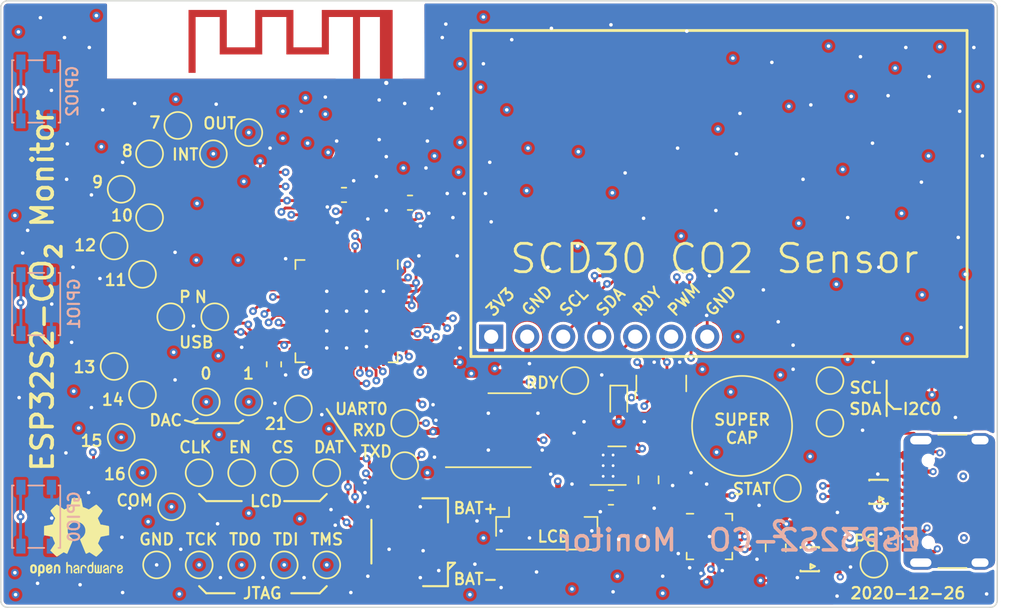
<source format=kicad_pcb>
(kicad_pcb (version 20201116) (generator pcbnew)
  (title_block (title "Sharp Memory LCD Breakout") (date "2020-12-26") (rev "r1.0"))
  (layers (0 "F.Cu" signal) (1 "In1.Cu" signal) (2 "In2.Cu" signal) (31 "B.Cu" signal) (34 "B.Paste" user) (35 "F.Paste" user) (36 "B.SilkS" user "B.Silkscreen") (37 "F.SilkS" user "F.Silkscreen") (38 "B.Mask" user) (39 "F.Mask" user) (44 "Edge.Cuts" user))
  (net 0 "")
  (net 1 "GND")
  (net 2 "Net-(AE1-Pad1)")
  (net 3 "+3V3")
  (net 4 "/V_SYS")
  (net 5 "VBUS")
  (net 6 "/VCC_SPI")
  (net 7 "Net-(C3-Pad2)")
  (net 8 "Net-(C4-Pad2)")
  (net 9 "Net-(C5-Pad2)")
  (net 10 "Net-(C13-Pad1)")
  (net 11 "Net-(C19-Pad1)")
  (net 12 "Net-(C10-Pad1)")
  (net 13 "/U0RXD")
  (net 14 "/CC1")
  (net 15 "/xD+")
  (net 16 "/xD-")
  (net 17 "/CC2")
  (net 18 "/SHIELD")
  (net 19 "/VDD3P3")
  (net 20 "Net-(L1-Pad1)")
  (net 21 "/USB_N")
  (net 22 "/iD-")
  (net 23 "/USB_P")
  (net 24 "/iD+")
  (net 25 "Net-(C16-Pad1)")
  (net 26 "/SPI_~HLD~-IO3")
  (net 27 "/SPI_~WP~-IO2")
  (net 28 "/SPI_~CS")
  (net 29 "/SPI_SCK")
  (net 30 "/SPI_CIPO-IO1")
  (net 31 "/SPI_COPI-IO0")
  (net 32 "/GPIO7")
  (net 33 "Net-(C20-Pad1)")
  (net 34 "/SBU1")
  (net 35 "/SBU2")
  (net 36 "/GPIO8")
  (net 37 "/LCD_CLK")
  (net 38 "/LCD_DAT")
  (net 39 "/LCD_CS")
  (net 40 "/LCD_COM")
  (net 41 "/LCD_EN")
  (net 42 "/CO2_PWM")
  (net 43 "/CO2_RDY")
  (net 44 "/I2C_SDA")
  (net 45 "/I2C_SCL")
  (net 46 "/BUTTON_B")
  (net 47 "/BUTTON_C")
  (net 48 "/BUTTON_A")
  (net 49 "/MTCK")
  (net 50 "/MTDO")
  (net 51 "/MTDI")
  (net 52 "/MTMS")
  (net 53 "/U0TXD")
  (net 54 "/V_BAT")
  (net 55 "/GPIO9")
  (net 56 "/GPIO10")
  (net 57 "Net-(R12-Pad2)")
  (net 58 "/GPIO11")
  (net 59 "Net-(R13-Pad2)")
  (net 60 "Net-(R14-Pad2)")
  (net 61 "/GPIO12")
  (net 62 "/GPIO13")
  (net 63 "/GPIO14")
  (net 64 "/GPIO21")
  (net 65 "/DAC0")
  (net 66 "/DAC1")
  (net 67 "/GPIO15")
  (net 68 "/GPIO16")
  (net 69 "+5V")
  (net 70 "/RAM_~CS")
  (net 71 "/RTC_INT")
  (net 72 "/RTC_OUT")
  (net 73 "Net-(U6-Pad14)")
  (net 74 "/CHG_STAT")
  (net 75 "/CHG_PG")
  (net 76 "Net-(L3-Pad2)")
  (net 77 "Net-(L3-Pad1)")
  (net 78 "Net-(R18-Pad2)")
  (net 79 "Net-(R19-Pad2)")
  (net 80 "no_connect_81")
  (footprint "TestPoint:TestPoint_Pad_D1.5mm" (layer "F.Cu") (at 166 81.5)
    (fp_text reference "TP31" hide)
    (fp_text value "TestPoint" hide)
  )
  (footprint "Resistor_SMD:R_0402_1005Metric" (layer "F.Cu") (at 198.1 89.8)
    (fp_text reference "R14" hide)
    (fp_text value "10k" hide)
  )
  (footprint "TestPoint:TestPoint_Pad_D1.5mm" (layer "F.Cu") (at 180 86 90)
    (fp_text reference "TP5" hide)
    (fp_text value "TestPoint" hide)
  )
  (footprint "TestPoint:TestPoint_Pad_D1.5mm" (layer "F.Cu") (at 180 83 90)
    (fp_text reference "TP6" hide)
    (fp_text value "TestPoint" hide)
  )
  (footprint "Resistor_SMD:R_0402_1005Metric" (layer "F.Cu") (at 199.4 88.1)
    (fp_text reference "R13" hide)
    (fp_text value "10k" hide)
  )
  (footprint "Resistor_SMD:R_0402_1005Metric" (layer "F.Cu") (at 191.5 86.3)
    (fp_text reference "R19" hide)
    (fp_text value "16.2k" hide)
  )
  (footprint "TestPoint:TestPoint_Pad_D1.5mm" (layer "F.Cu") (at 161.5 81)
    (fp_text reference "TP19" hide)
    (fp_text value "TestPoint" hide)
  )
  (footprint "Capacitor_SMD:C_0402_1005Metric" (layer "F.Cu") (at 176.315 69.1 180)
    (fp_text reference "C15" hide)
    (fp_text value "100n" hide)
  )
  (footprint "TestPoint:TestPoint_Pad_D1.5mm" (layer "F.Cu") (at 159.5 70.5)
    (fp_text reference "TP17" hide)
    (fp_text value "TestPoint" hide)
  )
  (footprint "Capacitor_SMD:C_0402_1005Metric" (layer "F.Cu") (at 193.4 83.4 90)
    (fp_text reference "C25" hide)
    (fp_text value "4.7uF" hide)
  )
  (footprint "Diode_SMD:D_SOD-523" (layer "F.Cu") (at 195.1 81.5 -90)
    (fp_text reference "D1" hide)
    (fp_text value "D_ALT" hide)
  )
  (footprint "Package_SON:WSON-8-1EP_6x5mm_P1.27mm_EP3.4x4mm" (layer "F.Cu") (at 185.9 83.5)
    (fp_text reference "U4" hide)
    (fp_text value "W25Q32JVZPIQ" hide)
  )
  (footprint "Capacitor_SMD:C_0402_1005Metric" (layer "F.Cu") (at 209.575001 90.6 -90)
    (fp_text reference "C6" hide)
    (fp_text value "1uF" hide)
  )
  (footprint "TestPoint:TestPoint_Pad_D1.5mm" (layer "F.Cu") (at 169 62.5)
    (fp_text reference "TP10" hide)
    (fp_text value "TestPoint" hide)
  )
  (footprint "TestPoint:TestPoint_Pad_D1.5mm" (layer "F.Cu") (at 160 66.5)
    (fp_text reference "TP14" hide)
    (fp_text value "TestPoint" hide)
  )
  (footprint "gsd-footprints:Hirose_FH33-10S-0.5SH_1x10-1MP_P0.50mm_Horizontal" (layer "F.Cu") (at 190.022 90.918)
    (fp_text reference "J2" hide)
    (fp_text value "Conn_01x10_MountingPin" hide)
  )
  (footprint "Capacitor_SMD:C_0402_1005Metric" (layer "F.Cu") (at 181.700001 71.664998 -90)
    (fp_text reference "C4" hide)
    (fp_text value "18pF" hide)
  )
  (footprint "Capacitor_SMD:C_0402_1005Metric" (layer "F.Cu") (at 201.8 88.1)
    (fp_text reference "C21" hide)
    (fp_text value "4.7uF" hide)
  )
  (footprint "Package_SON:WSON-10-1EP_2.5x2.5mm_P0.5mm_EP1.2x2mm_ThermalVias" (layer "F.Cu") (at 194.35 86)
    (fp_text reference "U7" hide)
    (fp_text value "TPS63900" hide)
  )
  (footprint "Package_SON:RTC_SMD_MicroCrystal_C3_2.5x3.7mm" (layer "F.Cu") (at 198.3 80.2 90)
    (fp_text reference "U5" hide)
    (fp_text value "RV-8803-C7" hide)
  )
  (footprint "TestPoint:TestPoint_Pad_D1.5mm" (layer "F.Cu") (at 171.5 93 90)
    (fp_text reference "TP3" hide)
    (fp_text value "TestPoint" hide)
  )
  (footprint "TestPoint:TestPoint_Pad_D1.5mm" (layer "F.Cu") (at 164 62)
    (fp_text reference "TP12" hide)
    (fp_text value "TestPoint" hide)
  )
  (footprint "Resistor_SMD:R_0402_1005Metric" (layer "F.Cu") (at 213.824999 85.85)
    (fp_text reference "R3" hide)
    (fp_text value "5k1" hide)
  )
  (footprint "Resistor_SMD:R_0402_1005Metric" (layer "F.Cu") (at 211.065002 87.2725)
    (fp_text reference "R5" hide)
    (fp_text value "22R" hide)
  )
  (footprint "TestPoint:TestPoint_Pad_D1.5mm" (layer "F.Cu") (at 165.5 86.5)
    (fp_text reference "TP27" hide)
    (fp_text value "TestPoint" hide)
  )
  (footprint "Resistor_SMD:R_0402_1005Metric" (layer "F.Cu") (at 191.95 84.85 -90)
    (fp_text reference "R18" hide)
    (fp_text value "36.5k" hide)
  )
  (footprint "Capacitor_SMD:C_0402_1005Metric" (layer "F.Cu") (at 208.575001 90.6 -90)
    (fp_text reference "C5" hide)
    (fp_text value "6.8pF" hide)
  )
  (footprint "TestPoint:TestPoint_Pad_D1.5mm" (layer "F.Cu") (at 168.5 86.5)
    (fp_text reference "TP23" hide)
    (fp_text value "TestPoint" hide)
  )
  (footprint "Resistor_SMD:R_0402_1005Metric" (layer "F.Cu") (at 158.05 86.3 -90)
    (fp_text reference "R17" hide)
    (fp_text value "100R" hide)
  )
  (footprint "Resistor_SMD:R_0402_1005Metric" (layer "F.Cu") (at 199.1 85.2)
    (fp_text reference "R11" hide)
    (fp_text value "100R" hide)
  )
  (footprint "Capacitor_SMD:C_0402_1005Metric" (layer "F.Cu") (at 195.1 89.45 180)
    (fp_text reference "C23" hide)
    (fp_text value "2.2uF" hide)
  )
  (footprint "Battery:BatteryHolder_Seiko_MS621F" (layer "F.Cu") (at 198.8 83.2 180)
    (fp_text reference "C16" hide)
    (fp_text value "CP1" hide)
  )
  (footprint "Capacitor_SMD:C_0402_1005Metric" (layer "F.Cu") (at 187.6 79.4)
    (fp_text reference "C17" hide)
    (fp_text value "2.2uF" hide)
  )
  (footprint "Package_DFN_QFN:QFN-56-1EP_7x7mm_P0.4mm_EP5.6x5.6mm" (layer "F.Cu") (at 175.900001 75.100001 -90)
    (fp_text reference "U3" hide)
    (fp_text value "ESP32-S2" hide)
  )
  (footprint "TestPoint:TestPoint_Pad_D1.5mm" (layer "F.Cu") (at 169 81.5)
    (fp_text reference "TP32" hide)
    (fp_text value "TestPoint" hide)
  )
  (footprint "Resistor_SMD:R_0402_1005Metric" (layer "F.Cu") (at 170.315 66.3 180)
    (fp_text reference "R8" hide)
    (fp_text value "10k" hide)
  )
  (footprint "led-clock:SOT-666" (layer "F.Cu") (at 208.575001 92.600001 180)
    (fp_text reference "U2" hide)
    (fp_text value "TLV62569DRL" hide)
  )
  (footprint "Symbol:KiCad-Logo2_5mm_SilkScreen" (layer "F.Cu") (at 194.3 59.4)
    (fp_text reference "REF**" hide)
    (fp_text value "KiCad-Logo2_5mm_SilkScreen" hide)
  )
  (footprint "TestPoint:TestPoint_Pad_D1.5mm" (layer "F.Cu") (at 192 80)
    (fp_text reference "TP30" hide)
    (fp_text value "TestPoint" hide)
  )
  (footprint "TestPoint:TestPoint_Pad_D1.5mm" (layer "F.Cu") (at 174.5 86.5)
    (fp_text reference "TP25" hide)
    (fp_text value "TestPoint" hide)
  )
  (footprint "Inductor_SMD:L_0402_1005Metric" (layer "F.Cu") (at 176.315 68.1)
    (fp_text reference "FB2" hide)
    (fp_text value "240R" hide)
  )
  (footprint "TestPoint:TestPoint_Pad_D1.5mm" (layer "F.Cu") (at 210 83)
    (fp_text reference "TP8" hide)
    (fp_text value "TestPoint" hide)
  )
  (footprint "TestPoint:TestPoint_Pad_D1.5mm" (layer "F.Cu") (at 162 64)
    (fp_text reference "TP13" hide)
    (fp_text value "TestPoint" hide)
  )
  (footprint "Capacitor_SMD:C_0402_1005Metric" (layer "F.Cu") (at 182.875001 71.664999 -90)
    (fp_text reference "C3" hide)
    (fp_text value "18pF" hide)
  )
  (footprint "Resistor_SMD:R_0402_1005Metric" (layer "F.Cu") (at 211.065001 88.2725)
    (fp_text reference "R4" hide)
    (fp_text value "22R" hide)
  )
  (footprint "gsd-footprints:BM02B-GHS-TBT" (layer "F.Cu") (at 182.6 91.4 -90)
    (fp_text reference "J4" hide)
    (fp_text value "JST" hide)
  )
  (footprint "Resistor_SMD:R_0402_1005Metric" (layer "F.Cu") (at 170.3 65.3 180)
    (fp_text reference "R10" hide)
    (fp_text value "10k" hide)
  )
  (footprint "Capacitor_SMD:C_0402_1005Metric" (layer "F.Cu") (at 179.775001 69.649999)
    (fp_text reference "C13" hide)
    (fp_text value "100n" hide)
  )
  (footprint "Capacitor_SMD:C_0402_1005Metric" (layer "F.Cu") (at 190.100001 82.15 -90)
    (fp_text reference "C2" hide)
    (fp_text value "2.2uF" hide)
  )
  (footprint "led-clock:Crystal_SMD_4Pin_2.0x1.6mm" (layer "F.Cu") (at 182.250001 73.914998)
    (fp_text reference "Y1" hide)
    (fp_text value "40MHz" hide)
  )
  (footprint "Resistor_SMD:R_0402_1005Metric" (layer "F.Cu") (at 216.7 80.2)
    (fp_text reference "R16" hide)
    (fp_text value "10k" hide)
  )
  (footprint "TestPoint:TestPoint_Pad_D1.5mm" (layer "F.Cu") (at 165.5 93 90)
    (fp_text reference "TP1" hide)
    (fp_text value "TestPoint" hide)
  )
  (footprint "Capacitor_SMD:C_0402_1005Metric" (layer "F.Cu") (at 181.575001 77.7)
    (fp_text reference "C9" hide)
    (fp_text value "100n" hide)
  )
  (footprint "Capacitor_SMD:C_0402_1005Metric" (layer "F.Cu") (at 206.475001 94.1)
    (fp_text reference "C7" hide)
    (fp_text value "2.2uF" hide)
  )
  (footprint "TestPoint:TestPoint_Pad_D1.5mm" (layer "F.Cu") (at 166.5 64)
    (fp_text reference "TP11" hide)
    (fp_text value "TestPoint" hide)
  )
  (footprint "TestPoint:TestPoint_Pad_D1.5mm" (layer "F.Cu") (at 174.5 93 90)
    (fp_text reference "TP4" hide)
    (fp_text value "TestPoint" hide)
  )
  (footprint "Capacitor_SMD:C_0402_1005Metric" (layer "F.Cu") (at 198.1 91)
    (fp_text reference "C22" hide)
    (fp_text value "4.7uF" hide)
  )
  (footprint "TestPoint:TestPoint_Pad_D1.5mm" (layer "F.Cu") (at 163.55 88.9)
    (fp_text reference "TP26" hide)
    (fp_text value "TestPoint" hide)
  )
  (footprint "pkl_connectors:USB_C_Receptacle_HRO_TYPE-C-31-M-12" (layer "F.Cu") (at 219.535999 88.52 90)
    (fp_text reference "J1" hide)
    (fp_text value "USB_C" hide)
  )
  (footprint "TestPoint:TestPoint_Pad_D1.5mm" (layer "F.Cu") (at 168.5 93 90)
    (fp_text reference "TP2" hide)
    (fp_text value "TestPoint" hide)
  )
  (footprint "Capacitor_SMD:C_0402_1005Metric" (layer "F.Cu") (at 195.1 79.6 180)
    (fp_text reference "C20" hide)
    (fp_text value "100n" hide)
  )
  (footprint "TestPoint:TestPoint_Pad_D1.5mm" (layer "F.Cu") (at 213.1 92.95)
    (fp_text reference "TP28" hide)
    (fp_text value "TestPoint" hide)
  )
  (footprint "Capacitor_SMD:C_0603_1608Metric" (layer "F.Cu") (at 194.55 88.25 180)
    (fp_text reference "C24" hide)
    (fp_text value "22uF" hide)
  )
  (footprint "Resistor_SMD:R_0402_1005Metric" (layer "F.Cu") (at 216.7 79.2)
    (fp_text reference "R15" hide)
    (fp_text value "10k" hide)
  )
  (footprint "Connector_PinHeader_2.54mm:PinHeader_1x07_P2.54mm_Vertical" (layer "F.Cu") (at 186.1 76.9 90)
    (fp_text reference "J3" hide)
    (fp_text value "Conn_01x07_Male" hide)
  )
  (footprint "Capacitor_SMD:C_0402_1005Metric" (layer "F.Cu") (at 177.099999 60.2)
    (fp_text reference "C11" hide)
    (fp_text value "TBD" hide)
  )
  (footprint "Resistor_SMD:R_0402_1005Metric" (layer "F.Cu") (at 214.280999 84.202 90)
    (fp_text reference "R1" hide)
    (fp_text value "1M" hide)
  )
  (footprint "led-clock:SOT-666" (layer "F.Cu") (at 213.424999 87.845001 180)
    (fp_text reference "U1" hide)
    (fp_text value "USBLC6-2" hide)
  )
  (footprint "Capacitor_SMD:C_0603_1608Metric" (layer "F.Cu") (at 180.375001 67.449999)
    (fp_text reference "C8" hide)
    (fp_text value "10u" hide)
  )
  (footprint "Resistor_SMD:R_0402_1005Metric" (layer "F.Cu") (at 204.3 89.3 -90)
    (fp_text reference "R12" hide)
    (fp_text value "10k" hide)
  )
  (footprint "Inductor_SMD:L_0402_1005Metric" (layer "F.Cu") (at 176.599999 61.6 90)
    (fp_text reference "L2" hide)
    (fp_text value "TBD" hide)
  )
  (footprint "TestPoint:TestPoint_Pad_D1.5mm" (layer "F.Cu") (at 163.5 75.5)
    (fp_text reference "TP21" hide)
    (fp_text value "TestPoint" hide)
  )
  (footprint "Resistor_SMD:R_0402_1005Metric" (layer "F.Cu") (at 170.3 67.3 180)
    (fp_text reference "R9" hide)
    (fp_text value "10k" hide)
  )
  (footprint "TestPoint:TestPoint_Pad_D1.5mm" (layer "F.Cu") (at 160 84)
    (fp_text reference "TP33" hide)
    (fp_text value "TestPoint" hide)
  )
  (footprint "TestPoint:TestPoint_Pad_D1.5mm" (layer "F.Cu") (at 210 80)
    (fp_text reference "TP9" hide)
    (fp_text value "TestPoint" hide)
  )
  (footprint "Capacitor_SMD:C_0603_1608Metric" (layer "F.Cu") (at 170.775001 78.849999 -90)
    (fp_text reference "C19" hide)
    (fp_text value "10u" hide)
  )
  (footprint "Symbol:OSHW-Logo2_7.3x6mm_SilkScreen" (layer "F.Cu") (at 156.85 91.05)
    (fp_text reference "REF**" hide)
    (fp_text value "OSHW-Logo2_7.3x6mm_SilkScreen" hide)
  )
  (footprint "TestPoint:TestPoint_Pad_D1.5mm" (layer "F.Cu") (at 159.5 79)
    (fp_text reference "TP18" hide)
    (fp_text value "TestPoint" hide)
  )
  (footprint "Capacitor_SMD:C_0603_1608Metric" (layer "F.Cu") (at 175.715 66.9 180)
    (fp_text reference "C14" hide)
    (fp_text value "10u" hide)
  )
  (footprint "Symbol:KiCad-Logo2_5mm_Copper" (layer "F.Cu") (at 194.3 59.4)
    (fp_text reference "REF**" hide)
    (fp_text value "KiCad-Logo2_5mm_Copper" hide)
  )
  (footprint "Capacitor_SMD:C_0402_1005Metric" (layer "F.Cu") (at 177.099999 63)
    (fp_text reference "C10" hide)
    (fp_text value "TBD" hide)
  )
  (footprint "Resistor_SMD:R_0402_1005Metric" (layer "F.Cu") (at 207.575002 90.6 90)
    (fp_text reference "R6" hide)
    (fp_text value "210k" hide)
  )
  (footprint "Capacitor_SMD:C_0402_1005Metric" (layer "F.Cu") (at 210.575001 90.6 90)
    (fp_text reference "C1" hide)
    (fp_text value "4.7uF" hide)
  )
  (footprint "TestPoint:TestPoint_Pad_D1.5mm" (layer "F.Cu") (at 166.6 75.5)
    (fp_text reference "TP20" hide)
    (fp_text value "TestPoint" hide)
  )
  (footprint "gsd_logo_small" (layer "F.Cu") (at 219.6 81)
    (fp_text reference "G***" hide)
    (fp_text value "LOGO" hide)
  )
  (footprint "TestPoint:TestPoint_Pad_D1.5mm" (layer "F.Cu") (at 171.5 86.5)
    (fp_text reference "TP24" hide)
    (fp_text value "TestPoint" hide)
  )
  (footprint "Capacitor_SMD:C_0402_1005Metric" (layer "F.Cu") (at 191.3 88)
    (fp_text reference "C18" hide)
    (fp_text value "2.2uF" hide)
  )
  (footprint "Capacitor_SMD:C_0402_1005Metric" (layer "F.Cu") (at 183.175001 78.2 90)
    (fp_text reference "C12" hide)
    (fp_text value "100n" hide)
  )
  (footprint "TestPoint:TestPoint_Pad_D1.5mm" (layer "F.Cu") (at 207 87.6)
    (fp_text reference "TP29" hide)
    (fp_text value "TestPoint" hide)
  )
  (footprint "TestPoint:TestPoint_Pad_D1.5mm" (layer "F.Cu") (at 161.5 86.5)
    (fp_text reference "TP34" hide)
    (fp_text value "TestPoint" hide)
  )
  (footprint "Package_DFN_QFN:VQFN-16-1EP_3x3mm_P0.5mm_EP1.6x1.6mm" (layer "F.Cu") (at 201.5 91)
    (fp_text reference "U6" hide)
    (fp_text value "BQ24072RGT" hide)
  )
  (footprint "TestPoint:TestPoint_Pad_D1.5mm" (layer "F.Cu") (at 162.5 93 90)
    (fp_text reference "TP7" hide)
    (fp_text value "TestPoint" hide)
  )
  (footprint "Inductor_SMD:L_0402_1005Metric" (layer "F.Cu") (at 179.775001 68.649999 180)
    (fp_text reference "FB3" hide)
    (fp_text value "240R" hide)
  )
  (footprint "TestPoint:TestPoint_Pad_D1.5mm" (layer "F.Cu") (at 162 68.5)
    (fp_text reference "TP15" hide)
    (fp_text value "TestPoint" hide)
  )
  (footprint "TestPoint:TestPoint_Pad_D1.5mm" (layer "F.Cu") (at 161.5 72.5)
    (fp_text reference "TP16" hide)
    (fp_text value "TestPoint" hide)
  )
  (footprint "Inductor_SMD:L_0805_2012Metric" (layer "F.Cu") (at 197.2 87 -90)
    (fp_text reference "L3" hide)
    (fp_text value "2.2uH" hide)
  )
  (footprint "TestPoint:TestPoint_Pad_D1.5mm" (layer "F.Cu") (at 172.5 82)
    (fp_text reference "TP22" hide)
    (fp_text value "TestPoint" hide)
  )
  (footprint "RF_Antenna:Texas_SWRA117D_2.4GHz_Left" (layer "F.Cu") (at 176.6 59)
    (fp_text reference "AE1" hide)
    (fp_text value "Antenna" hide)
  )
  (footprint "Inductor_SMD:L_0402_1005Metric" (layer "F.Cu") (at 181.575001 78.7 180)
    (fp_text reference "FB1" hide)
    (fp_text value "240R" hide)
  )
  (footprint "Resistor_SMD:R_0402_1005Metric" (layer "F.Cu") (at 210.475001 92.8 -90)
    (fp_text reference "R7" hide)
    (fp_text value "47k" hide)
  )
  (footprint "Inductor_SMD:L_0805_2012Metric" (layer "F.Cu") (at 206.175001 91.8 90)
    (fp_text reference "L1" hide)
    (fp_text value "2.2uH" hide)
  )
  (footprint "Resistor_SMD:R_0402_1005Metric" (layer "F.Cu") (at 214.324999 90.195 90)
    (fp_text reference "R2" hide)
    (fp_text value "5k1" hide)
  )
  (footprint "Button_Switch_SMD:SW_SPST_PTS810" (layer "B.Cu") (at 154 59.6 90)
    (fp_text reference "SW3" hide)
    (fp_text value "SW_Push" hide)
  )
  (footprint "Button_Switch_SMD:SW_SPST_PTS810" (layer "B.Cu") (at 154 74.6 90)
    (fp_text reference "SW2" hide)
    (fp_text value "SW_Push" hide)
  )
  (footprint "Button_Switch_SMD:SW_SPST_PTS810" (layer "B.Cu") (at 154 89.6 90)
    (fp_text reference "SW1" hide)
    (fp_text value "SW_Push" hide)
  )
  (gr_line (start 165 82.9) (end 165.4 82.7) (layer "F.SilkS") (width 0.15))
  (gr_line (start 166 95) (end 165.5 94.5) (layer "F.SilkS") (width 0.15))
  (gr_line (start 174.5 82) (end 176.5 85) (layer "F.SilkS") (width 0.15))
  (gr_line (start 174 95) (end 174.5 94.5) (layer "F.SilkS") (width 0.15))
  (gr_line (start 168 95) (end 166 95) (layer "F.SilkS") (width 0.15))
  (gr_line (start 166 88.5) (end 165.5 88) (layer "F.SilkS") (width 0.15))
  (gr_line (start 214 81.5) (end 214 80) (layer "F.SilkS") (width 0.15))
  (gr_line (start 168.5 88.5) (end 166 88.5) (layer "F.SilkS") (width 0.15))
  (gr_line (start 174 88.5) (end 174.5 88) (layer "F.SilkS") (width 0.15))
  (gr_line (start 215 82) (end 214.5 82) (layer "F.SilkS") (width 0.15))
  (gr_line (start 172 95) (end 174 95) (layer "F.SilkS") (width 0.15))
  (gr_line (start 171.5 88.5) (end 174 88.5) (layer "F.SilkS") (width 0.15))
  (gr_line (start 164.5 82.8) (end 165.2 83) (layer "F.SilkS") (width 0.15))
  (gr_line (start 214 81.5) (end 214 82.5) (layer "F.SilkS") (width 0.15))
  (gr_line (start 165.2 83) (end 168.3 83) (layer "F.SilkS") (width 0.15))
  (gr_line (start 168.3 83) (end 168.6 82.8) (layer "F.SilkS") (width 0.15))
  (gr_line (start 214.5 82) (end 214 81.5) (layer "F.SilkS") (width 0.15))
  (gr_line (start 221.8 95.5) (end 221.8 53.7) (layer "Edge.Cuts") (width 0.1))
  (gr_arc (start 221.3 53.699999) (end 221.8 53.7) (angle -90) (layer "Edge.Cuts") (width 0.1))
  (gr_line (start 221.3 53.2) (end 152 53.2) (layer "Edge.Cuts") (width 0.1))
  (gr_arc (start 152.000001 95.500001) (end 151.500001 95.500001) (angle -90) (layer "Edge.Cuts") (width 0.1))
  (gr_line (start 151.499999 53.699999) (end 151.500001 95.500001) (layer "Edge.Cuts") (width 0.1))
  (gr_arc (start 151.999999 53.7) (end 152 53.2) (angle -90) (layer "Edge.Cuts") (width 0.1))
  (gr_line (start 152.000001 96.000001) (end 221.3 96) (layer "Edge.Cuts") (width 0.1))
  (gr_arc (start 221.300001 95.5) (end 221.3 96) (angle -90) (layer "Edge.Cuts") (width 0.1))
  (gr_text "GPIO0" (at 156.6695 87.719048 90) (layer "B.SilkS") (effects (font (size 0.8 0.8)) (justify left mirror)))
  (gr_text "ESP32S2-CO  Monitor" (at 216.55 91.259) (layer "B.SilkS") (effects (font (size 1.5 1.5) (thickness 0.25)) (justify left mirror)))
  (gr_text "GPIO2" (at 156.55 57.7 90) (layer "B.SilkS") (effects (font (size 0.8 0.8)) (justify left mirror)))
  (gr_text "2" (at 207.097619 90.493) (layer "B.SilkS") (effects (font (size 1.1 1.1) (thickness 0.25)) (justify left mirror)))
  (gr_text "r1.0" (at 215.124999 91.32 180) (layer "B.SilkS") (effects (font (size 0.8 0.8)) (justify mirror)))
  (gr_text "GPIO1" (at 156.6695 72.7 90) (layer "B.SilkS") (effects (font (size 0.8 0.8)) (justify left mirror)))
  (gr_text "USB" (at 164 77.3) (layer "F.SilkS") (effects (font (size 0.8 0.8)) (justify left)))
  (gr_text "INT" (at 163.5 64.05) (layer "F.SilkS") (effects (font (size 0.8 0.8)) (justify left)))
  (gr_text "2020-12-26" (at 215.5 95) (layer "F.SilkS") (effects (font (size 0.8 0.8))))
  (gr_text "CLK" (at 164 84.7) (layer "F.SilkS") (effects (font (size 0.8 0.8)) (justify left)))
  (gr_text "DAC" (at 161.9 82.8) (layer "F.SilkS") (effects (font (size 0.8 0.8)) (justify left)))
  (gr_text "BAT+" (at 185 89) (layer "F.SilkS") (effects (font (size 0.8 0.8))))
  (gr_text "LCD" (at 169 88.5) (layer "F.SilkS") (effects (font (size 0.8 0.8)) (justify left)))
  (gr_text "SCL" (at 212.5 80.5) (layer "F.SilkS") (effects (font (size 0.8 0.8))))
  (gr_text "9" (at 157.85 66) (layer "F.SilkS") (effects (font (size 0.8 0.8)) (justify left)))
  (gr_text "GND" (at 202.299995 74.369188 45) (layer "F.SilkS") (effects (font (size 0.8 0.8))))
  (gr_text "16" (at 158.7 86.6) (layer "F.SilkS") (effects (font (size 0.8 0.8)) (justify left)))
  (gr_text "TXD" (at 178 85) (layer "F.SilkS") (effects (font (size 0.8 0.8))))
  (gr_text "PG" (at 212.5 91.3) (layer "F.SilkS") (effects (font (size 0.8 0.8))))
  (gr_text "TDO" (at 168.747619 91.2) (layer "F.SilkS") (effects (font (size 0.8 0.8))))
  (gr_text "SDA" (at 194.524997 74.436532 45) (layer "F.SilkS") (effects (font (size 0.8 0.8))))
  (gr_text "TCK" (at 165.671429 91.2) (layer "F.SilkS") (effects (font (size 0.8 0.8))))
  (gr_text "BAT-" (at 185 94) (layer "F.SilkS") (effects (font (size 0.8 0.8))))
  (gr_text "15" (at 157.05 84.25) (layer "F.SilkS") (effects (font (size 0.8 0.8)) (justify left)))
  (gr_text "CS" (at 170.5 84.7) (layer "F.SilkS") (effects (font (size 0.8 0.8)) (justify left)))
  (gr_text "2" (at 155.25 71.55 90) (layer "F.SilkS") (effects (font (size 1.1 1.1) (thickness 0.25)) (justify left)))
  (gr_text "0" (at 165.5 79.5) (layer "F.SilkS") (effects (font (size 0.8 0.8)) (justify left)))
  (gr_text "P" (at 164 74.1) (layer "F.SilkS") (effects (font (size 0.8 0.8)) (justify left)))
  (gr_text "SCD30 CO2 Sensor" (at 201.85 71.4) (layer "F.SilkS") (effects (font (size 2 2) (thickness 0.2))))
  (gr_text "SDA" (at 212.5 82) (layer "F.SilkS") (effects (font (size 0.8 0.8))))
  (gr_text "OUT" (at 165.7 61.85) (layer "F.SilkS") (effects (font (size 0.8 0.8)) (justify left)))
  (gr_text "STAT" (at 204.5 87.65) (layer "F.SilkS") (effects (font (size 0.8 0.8))))
  (gr_text "TMS" (at 174.5 91.2) (layer "F.SilkS") (effects (font (size 0.8 0.8))))
  (gr_text "ESP32S2-CO  Monitor" (at 154.45 86.55 90) (layer "F.SilkS") (effects (font (size 1.5 1.5) (thickness 0.25)) (justify left)))
  (gr_text "14" (at 158.55 81.35) (layer "F.SilkS") (effects (font (size 0.8 0.8)) (justify left)))
  (gr_text "N" (at 165.1 74.1) (layer "F.SilkS") (effects (font (size 0.8 0.8)) (justify left)))
  (gr_text "11" (at 158.75 72.9) (layer "F.SilkS") (effects (font (size 0.8 0.8)) (justify left)))
  (gr_text "DAT" (at 173.5 84.7) (layer "F.SilkS") (effects (font (size 0.8 0.8)) (justify left)))
  (gr_text "SCL" (at 191.933332 74.45 45) (layer "F.SilkS") (effects (font (size 0.8 0.8))))
  (gr_text "LCD" (at 190.5 91) (layer "F.SilkS") (effects (font (size 0.8 0.8))))
  (gr_text "12" (at 156.6 70.45) (layer "F.SilkS") (effects (font (size 0.8 0.8)) (justify left)))
  (gr_text "RDY" (at 197.116664 74.423063 45) (layer "F.SilkS") (effects (font (size 0.8 0.8))))
  (gr_text "10" (at 159.2 68.35) (layer "F.SilkS") (effects (font (size 0.8 0.8)) (justify left)))
  (gr_text "7" (at 161.9 61.8) (layer "F.SilkS") (effects (font (size 0.8 0.8)) (justify left)))
  (gr_text "JTAG" (at 168.5 95) (layer "F.SilkS") (effects (font (size 0.8 0.8)) (justify left)))
  (gr_text "COM" (at 160.95 88.45) (layer "F.SilkS") (effects (font (size 0.8 0.8))))
  (gr_text "GND" (at 189.341665 74.369188 45) (layer "F.SilkS") (effects (font (size 0.8 0.8))))
  (gr_text "RXD" (at 177.5 83.5) (layer "F.SilkS") (effects (font (size 0.8 0.8))))
  (gr_text "8" (at 159.95 63.8) (layer "F.SilkS") (effects (font (size 0.8 0.8)) (justify left)))
  (gr_text "GND" (at 162.5 91.2) (layer "F.SilkS") (effects (font (size 0.8 0.8))))
  (gr_text "3V3" (at 186.75 74.45 45) (layer "F.SilkS") (effects (font (size 0.8 0.8))))
  (gr_text "13" (at 156.55 79.05) (layer "F.SilkS") (effects (font (size 0.8 0.8)) (justify left)))
  (gr_text "SUPER\nCAP" (at 203.8 83.4) (layer "F.SilkS") (effects (font (size 0.8 0.8))))
  (gr_text "EN" (at 167.5 84.7) (layer "F.SilkS") (effects (font (size 0.8 0.8)) (justify left)))
  (gr_text "TDI" (at 171.614286 91.2) (layer "F.SilkS") (effects (font (size 0.8 0.8))))
  (gr_text "UART0\n" (at 175 82) (layer "F.SilkS") (effects (font (size 0.8 0.8)) (justify left)))
  (gr_text "RDY" (at 189.7 80.15) (layer "F.SilkS") (effects (font (size 0.8 0.8))))
  (gr_text "21" (at 170.05 83.05) (layer "F.SilkS") (effects (font (size 0.8 0.8)) (justify left)))
  (gr_text "I2C0" (at 216.5 82) (layer "F.SilkS") (effects (font (size 0.8 0.8))))
  (gr_text "PWM" (at 199.708329 74.301845 45) (layer "F.SilkS") (effects (font (size 0.8 0.8))))
  (gr_text "1" (at 168.5 79.5) (layer "F.SilkS") (effects (font (size 0.8 0.8)) (justify left)))
  (segment (start 216.524999 92.07) (end 217.374999 92.069999) (width 0.25) (layer "F.Cu") (net 1))
  (segment (start 182.855 71.2) (end 182.875001 71.179999) (width 0.2) (layer "F.Cu") (net 1))
  (segment (start 199.45 91.75) (end 199.3 91.9) (width 0.2) (layer "F.Cu") (net 1))
  (segment (start 208.625 93.1) (end 208.625 93.25) (width 0.2) (layer "F.Cu") (net 1))
  (segment (start 181.020002 71.179998) (end 181 71.2) (width 0.2) (layer "F.Cu") (net 1))
  (segment (start 174.9275 67.3625) (end 174.539999 67.750001) (width 0.2) (layer "F.Cu") (net 1))
  (segment (start 182.750001 73.264998) (end 182.750001 72.850001) (width 0.2) (layer "F.Cu") (net 1))
  (segment (start 191.785 88.315) (end 191.785 88) (width 0.2) (layer "F.Cu") (net 1))
  (segment (start 182.3 73.714999) (end 182.750001 73.264998) (width 0.2) (layer "F.Cu") (net 1))
  (segment (start 204.3 88.815) (end 204.985 88.815) (width 0.2) (layer "F.Cu") (net 1))
  (segment (start 190.6 86.3) (end 190.3 86.6) (width 0.2) (layer "F.Cu") (net 1))
  (segment (start 214.416999 84.686999) (end 214.868999 85.139) (width 0.2) (layer "F.Cu") (net 1))
  (segment (start 182.3 71.2) (end 181.720003 71.2) (width 0.2) (layer "F.Cu") (net 1))
  (segment (start 192.272 89.318) (end 192.272 88.772) (width 0.2) (layer "F.Cu") (net 1))
  (segment (start 200.75 92.75) (end 200.3 93.2) (width 0.2) (layer "F.Cu") (net 1))
  (segment (start 191.772 89.318) (end 191.772 88.672) (width 0.2) (layer "F.Cu") (net 1))
  (segment (start 186.847 90.647) (end 186.8 90.6) (width 0.4) (layer "F.Cu") (net 1))
  (segment (start 181.750001 74.449999) (end 182.3 73.9) (width 0.2) (layer "F.Cu") (net 1))
  (segment (start 191.772 88.672) (end 191.6 88.5) (width 0.2) (layer "F.Cu") (net 1))
  (segment (start 201.25 89.5625) (end 201.25 88.75) (width 0.2) (layer "F.Cu") (net 1))
  (segment (start 202.25 92.4375) (end 202.25 93.25) (width 0.2) (layer "F.Cu") (net 1))
  (segment (start 182.6 92.025) (end 181.325 92.025) (width 0.2) (layer "F.Cu") (net 1))
  (segment (start 181.162501 67.449999) (end 181.162501 67.656949) (width 0.2) (layer "F.Cu") (net 1))
  (segment (start 181.162501 67.656949) (end 181.7 68.194448) (width 0.2) (layer "F.Cu") (net 1))
  (segment (start 189.735 82.635) (end 189.4 82.3) (width 0.4) (layer "F.Cu") (net 1))
  (segment (start 201 93.5) (end 200.9 93.6) (width 0.2) (layer "F.Cu") (net 1))
  (segment (start 177.875 88.925) (end 177.425 88.925) (width 0.4) (layer "F.Cu") (net 1))
  (segment (start 181.720003 71.2) (end 181.700001 71.179998) (width 0.2) (layer "F.Cu") (net 1))
  (segment (start 191.272 88.828) (end 191.6 88.5) (width 0.2) (layer "F.Cu") (net 1))
  (segment (start 194.615 79.6) (end 193.9 79.6) (width 0.4) (layer "F.Cu") (net 1))
  (segment (start 183.0375 85.405) (end 182.105 85.405) (width 0.4) (layer "F.Cu") (net 1))
  (segment (start 178.189999 62.989999) (end 178.2 63) (width 0.15) (layer "F.Cu") (net 1))
  (segment (start 200.3 93.2) (end 200.1 93.2) (width 0.2) (layer "F.Cu") (net 1))
  (segment (start 216.499998 85.020001) (end 217.674999 85.02) (width 0.2) (layer "F.Cu") (net 1))
  (segment (start 213.949999 87.845) (end 213.374999 87.27) (width 0.3) (layer "F.Cu") (net 1))
  (segment (start 182.105 85.405) (end 182.1 85.4) (width 0.4) (layer "F.Cu") (net 1))
  (segment (start 197.615 91) (end 196.9 91) (width 0.2) (layer "F.Cu") (net 1))
  (segment (start 215.690999 85.27) (end 214.863999 85.27) (width 0.4) (layer "F.Cu") (net 1))
  (segment (start 191.6 88.5) (end 191.785 88.315) (width 0.2) (layer "F.Cu") (net 1))
  (segment (start 188.8 79.2) (end 188.6 79.4) (width 0.4) (layer "F.Cu") (net 1))
  (segment (start 183.679999 71.179999) (end 183.7 71.2) (width 0.2) (layer "F.Cu") (net 1))
  (segment (start 202.25 93.25) (end 202.4 93.4) (width 0.2) (layer "F.Cu") (net 1))
  (segment (start 177.575 60.209999) (end 178.190001 60.209999) (width 0.15) (layer "F.Cu") (net 1))
  (segment (start 188.64 76.9) (end 188.64 78.64) (width 0.4) (layer "F.Cu") (net 1))
  (segment (start 193.197 91.393) (end 193.197 90.603) (width 0.4) (layer "F.Cu") (net 1))
  (segment (start 178.190001 60.209999) (end 178.2 60.2) (width 0.15) (layer "F.Cu") (net 1))
  (segment (start 181.075 88.925) (end 181.1 88.9) (width 0.4) (layer "F.Cu") (net 1))
  (segment (start 175.489998 69.1) (end 175.239999 68.850001) (width 0.2) (layer "F.Cu") (net 1))
  (segment (start 191.272 89.318) (end 191.272 88.828) (width 0.2) (layer "F.Cu") (net 1))
  (segment (start 181.325 92.025) (end 181.3 92) (width 0.2) (layer "F.Cu") (net 1))
  (segment (start 200.75 92.4375) (end 200.75 92.75) (width 0.2) (layer "F.Cu") (net 1))
  (segment (start 200.0625 91.75) (end 199.45 91.75) (width 0.2) (layer "F.Cu") (net 1))
  (segment (start 216.224999 91.77) (end 216.524999 92.07) (width 0.25) (layer "F.Cu") (net 1))
  (segment (start 213.374999 87.27) (end 213.374999 86.595) (width 0.3) (layer "F.Cu") (net 1))
  (segment (start 210.575001 89.7) (end 210.525 89.649999) (width 0.5) (layer "F.Cu") (net 1))
  (segment (start 204.985 88.815) (end 205 88.8) (width 0.2) (layer "F.Cu") (net 1))
  (segment (start 207.500001 94.1) (end 207.700001 93.9) (width 0.5) (layer "F.Cu") (net 1))
  (segment (start 183.160001 77.7) (end 183.175001 77.715) (width 0.2) (layer "F.Cu") (net 1))
  (segment (start 181.700001 71.179998) (end 181.020002 71.179998) (width 0.2) (layer "F.Cu") (net 1))
  (segment (start 192.272 88.772) (end 192.172 88.672) (width 0.2) (layer "F.Cu") (net 1))
  (segment (start 191.015 86.3) (end 190.6 86.3) (width 0.2) (layer "F.Cu") (net 1))
  (segment (start 209.882501 90.8075) (end 210.282501 90.4075) (width 0.2) (layer "F.Cu") (net 1))
  (segment (start 186.847 91.393) (end 186.847 90.647) (width 0.4) (layer "F.Cu") (net 1))
  (segment (start 198.8 82.45) (end 197.75 82.45) (width 0.2) (layer "F.Cu") (net 1))
  (segment (start 174.9275 66.9) (end 174.9275 67.3625) (width 0.2) (layer "F.Cu") (net 1))
  (segment (start 179.25 93.875) (end 177.475 93.875) (width 0.4) (layer "F.Cu") (net 1))
  (segment (start 171.562501 79.637499) (end 171.6 79.6) (width 0.2) (layer "F.Cu") (net 1))
  (segment (start 217.374999 92.069999) (end 217.574998 91.87) (width 0.25) (layer "F.Cu") (net 1))
  (segment (start 201.25 92.95) (end 201 93.2) (width 0.2) (layer "F.Cu") (net 1))
  (segment (start 197.6 79.6) (end 197.6 78.7) (width 0.2) (layer "F.Cu") (net 1))
  (segment (start 201.315 88.685) (end 201.315 88.1) (width 0.2) (layer "F.Cu") (net 1))
  (segment (start 193.7625 89.2125) (end 193.8 89.25) (width 0.2) (layer "F.Cu") (net 1))
  (segment (start 198.915 88.1) (end 198.915 87.415) (width 0.2) (layer "F.Cu") (net 1))
  (segment (start 177.475 93.875) (end 177.4 93.8) (width 0.4) (layer "F.Cu") (net 1))
  (segment (start 182.750001 72.850001) (end 182.3 72.4) (width 0.2) (layer "F.Cu") (net 1))
  (segment (start 215.690999 91.77) (end 216.224999 91.77) (width 0.25) (layer "F.Cu") (net 1))
  (segment (start 201.315 88.1) (end 201.315 87.315) (width 0.2) (layer "F.Cu") (net 1))
  (segment (start 181.075 93.875) (end 181.1 93.9) (width 0.4) (layer "F.Cu") (net 1))
  (segment (start 214.324999 90.68) (end 213.705999 90.68) (width 0.2) (layer "F.Cu") (net 1))
  (segment (start 188.6 79.4) (end 188.085 79.4) (width 0.4) (layer "F.Cu") (net 1))
  (segment (start 193.7625 88.25) (end 193.7625 89.2125) (width 0.2) (layer "F.Cu") (net 1))
  (segment (start 208.275002 93.9) (end 207.700001 93.9) (width 0.5) (layer "F.Cu") (net 1))
  (segment (start 209.5 92.6) (end 210.190001 92.6) (width 0.2) (layer "F.Cu") (net 1))
  (segment (start 197.3 82.9) (end 196.9 82.9) (width 0.2) (layer "F.Cu") (net 1))
  (segment (start 191.95 84.365) (end 191.95 83.7) (width 0.2) (layer "F.Cu") (net 1))
  (segment (start 182.060001 77.7) (end 183.160001 77.7) (width 0.2) (layer "F.Cu") (net 1))
  (segment (start 191.785 87.315) (end 191.8 87.3) (width 0.4) (layer "F.Cu") (net 1))
  (segment (start 210.725001 89.55) (end 210.575001 89.7) (width 0.2) (layer "F.Cu") (net 1))
  (segment (start 179.25 93.875) (end 181.075 93.875) (width 0.4) (layer "F.Cu") (net 1))
  (segment (start 210.525 89.649999) (end 210.525 89.3) (width 0.5) (layer "F.Cu") (net 1))
  (segment (start 216.380999 85.139) (end 216.499998 85.020001) (width 0.2) (layer "F.Cu") (net 1))
  (segment (start 194 89.45) (end 193.8 89.25) (width 0.2) (layer "F.Cu") (net 1))
  (segment (start 208.625001 93.550001) (end 208.275002 93.9) (width 0.5) (layer "F.Cu") (net 1))
  (segment (start 193.1375 87) (end 192.1 87) (width 0.2) (layer "F.Cu") (net 1))
  (segment (start 197.615 89.015) (end 197.6 89) (width 0.2) (layer "F.Cu") (net 1))
  (segment (start 182.875001 71.179999) (end 183.679999 71.179999) (width 0.2) (layer "F.Cu") (net 1))
  (segment (start 183.175001 77.715) (end 183.885 77.715) (width 0.2) (layer "F.Cu") (net 1))
  (segment (start 209.125002 92.6) (end 208.625 93.1) (width 0.2) (layer "F.Cu") (net 1))
  (segment (start 181.750001 74.564998) (end 181.750001 74.449999) (width 0.2) (layer "F.Cu") (net 1))
  (segment (start 188.8 78.8) (end 188.8 79.2) (width 0.4) (layer "F.Cu") (net 1))
  (segment (start 188.64 78.64) (end 188.8 78.8) (width 0.4) (layer "F.Cu") (net 1))
  (segment (start 197.75 82.45) (end 197.3 82.9) (width 0.2) (layer "F.Cu") (net 1))
  (segment (start 201.34 76.9) (end 201.34 75.44) (width 0.2) (layer "F.Cu") (net 1))
  (segment (start 201.25 88.75) (end 201.315 88.685) (width 0.2) (layer "F.Cu") (net 1))
  (segment (start 179.25 88.925) (end 177.875 88.925) (width 0.4) (layer "F.Cu") (net 1))
  (segment (start 192.172 88.672) (end 191.772 88.672) (width 0.2) (layer "F.Cu") (net 1))
  (segment (start 182.060001 77.7) (end 183.9 77.7) (width 0.4) (layer "F.Cu") (net 1))
  (segment (start 198.915 87.415) (end 198.9 87.4) (width 0.2) (layer "F.Cu") (net 1))
  (segment (start 214.349999 87.845001) (end 213.949999 87.845) (width 0.3) (layer "F.Cu") (net 1))
  (segment (start 191.785 88) (end 191.785 87.315) (width 0.4) (layer "F.Cu") (net 1))
  (segment (start 201.25 92.4375) (end 201.25 92.95) (width 0.2) (layer "F.Cu") (net 1))
  (segment (start 208.625001 93.550001) (end 208.625 93.25) (width 0.4) (layer "F.Cu") (net 1))
  (segment (start 194.615 89.45) (end 194 89.45) (width 0.2) (layer "F.Cu") (net 1))
  (segment (start 179.25 88.925) (end 181.075 88.925) (width 0.4) (layer "F.Cu") (net 1))
  (segment (start 190.100001 82.635) (end 189.735 82.635) (width 0.4) (layer "F.Cu") (net 1))
  (segment (start 170.775001 79.637499) (end 171.562501 79.637499) (width 0.2) (layer "F.Cu") (net 1))
  (segment (start 193.197 90.603) (end 193.2 90.6) (width 0.4) (layer "F.Cu") (net 1))
  (segment (start 182.3 71.2) (end 182.855 71.2) (width 0.2) (layer "F.Cu") (net 1))
  (segment (start 210.575001 90.115) (end 210.282501 90.4075) (width 0.5) (layer "F.Cu") (net 1))
  (segment (start 206.960001 94.1) (end 207.500001 94.1) (width 0.5) (layer "F.Cu") (net 1))
  (segment (start 210.190001 92.6) (end 210.475001 92.315) (width 0.2) (layer "F.Cu") (net 1))
  (segment (start 192.665 82.915) (end 192.65 82.9) (width 0.2) (layer "F.Cu") (net 1))
  (segment (start 182.3 72.4) (end 182.3 71.2) (width 0.2) (layer "F.Cu") (net 1))
  (segment (start 199.4 79.6) (end 199.4 78.7) (width 0.2) (layer "F.Cu") (net 1))
  (segment (start 201 93.2) (end 201 93.5) (width 0.2) (layer "F.Cu") (net 1))
  (segment (start 197.615 89.8) (end 197.615 89.015) (width 0.2) (layer "F.Cu") (net 1))
  (segment (start 213.374999 85.885) (end 213.374999 86.595) (width 0.5) (layer "F.Cu") (net 1))
  (segment (start 183.885 77.715) (end 183.9 77.7) (width 0.2) (layer "F.Cu") (net 1))
  (segment (start 201.315 87.315) (end 201.3 87.3) (width 0.2) (layer "F.Cu") (net 1))
  (segment (start 177.575 62.989999) (end 178.189999 62.989999) (width 0.15) (layer "F.Cu") (net 1))
  (segment (start 213.705999 90.68) (end 213.585999 90.8) (width 0.2) (layer "F.Cu") (net 1))
  (segment (start 192.1 87) (end 191.8 87.3) (width 0.2) (layer "F.Cu") (net 1))
  (segment (start 199.3 91.9) (end 199.3 92.2) (width 0.2) (layer "F.Cu") (net 1))
  (segment (start 175.83 69.1) (end 175.489998 69.1) (width 0.2) (layer "F.Cu") (net 1))
  (segment (start 201.34 75.44) (end 201.3 75.4) (width 0.2) (layer "F.Cu") (net 1))
  (segment (start 209.5 92.6) (end 209.125002 92.6) (width 0.2) (layer "F.Cu") (net 1))
  (segment (start 193.4 82.915) (end 192.665 82.915) (width 0.2) (layer "F.Cu") (net 1))
  (segment (start 214.863999 85.27) (end 214.280999 84.687) (width 0.4) (layer "F.Cu") (net 1))
  (segment (start 209.605001 91.085) (end 209.882501 90.8075) (width 0.5) (layer "F.Cu") (net 1))
  (segment (start 195.5625 86) (end 194.35 86) (width 0.2) (layer "F.Cu") (net 1))
  (segment (start 217.674999 85.02) (end 217.749999 85.095) (width 0.2) (layer "F.Cu") (net 1))
  (segment (start 180.260001 69.649999) (end 180.550001 69.649999) (width 0.2) (layer "F.Cu") (net 1))
  (segment (start 182.3 73.9) (end 182.3 73.714999) (width 0.2) (layer "F.Cu") (net 1))
  (segment (start 210.575001 89.7) (end 210.575001 90.115) (width 0.5) (layer "F.Cu") (net 1))
  (segment (start 180.550001 69.649999) (end 181.1 69.1) (width 0.2) (layer "F.Cu") (net 1))
  (segment (start 214.868999 85.139) (end 216.380999 85.139) (width 0.2) (layer "F.Cu") (net 1))
  (via (at 185.1 89.9) (size 0.55) (drill 0.25) (layers "F.Cu" "B.Cu") (net 1))
  (via (at 203.65 61.15) (size 0.55) (drill 0.25) (layers "F.Cu" "B.Cu") (net 1))
  (via (at 177.2 87.2) (size 0.55) (drill 0.25) (layers "F.Cu" "B.Cu") (net 1))
  (via (at 208.65 60.55) (size 0.55) (drill 0.25) (layers "F.Cu" "B.Cu") (net 1))
  (via (at 175.9 77.7) (size 0.55) (drill 0.25) (layers "F.Cu" "B.Cu") (net 1))
  (via (at 220.15 56.5) (size 0.55) (drill 0.25) (layers "F.Cu" "B.Cu") (net 1))
  (via (at 211.25 68.5) (size 0.55) (drill 0.25) (layers "F.Cu" "B.Cu") (net 1))
  (via (at 170.5 63.6) (size 0.55) (drill 0.25) (layers "F.Cu" "B.Cu") (net 1))
  (via (at 206.35 75.85) (size 0.55) (drill 0.25) (layers "F.Cu" "B.Cu") (net 1))
  (via (at 178.2 60.2) (size 0.5) (drill 0.25) (layers "F.Cu" "B.Cu") (net 1))
  (via (at 212.3 83.5) (size 0.55) (drill 0.25) (layers "F.Cu" "B.Cu") (net 1))
  (via (at 213 63.25) (size 0.55) (drill 0.25) (layers "F.Cu" "B.Cu") (net 1))
  (via (at 220.75 64.15) (size 0.55) (drill 0.25) (layers "F.Cu" "B.Cu") (net 1))
  (via (at 181.1 88.9) (size 0.55) (drill 0.25) (layers "F.Cu" "B.Cu") (net 1))
  (via (at 156.1 85.1) (size 0.55) (drill 0.25) (layers "F.Cu" "B.Cu") (net 1))
  (via (at 171.6 79.6) (size 0.55) (drill 0.25) (layers "F.Cu" "B.Cu") (net 1))
  (via (at 201.3 87.3) (size 0.55) (drill 0.25) (layers "F.Cu" "B.Cu") (net 1))
  (via (at 193.8 89.25) (size 0.55) (drill 0.25) (layers "F.Cu" "B.Cu") (net 1))
  (via (at 219.15 61) (size 0.55) (drill 0.25) (layers "F.Cu" "B.Cu") (net 1))
  (via (at 177.3 75.1) (size 0.55) (drill 0.25) (layers "F.Cu" "B.Cu") (net 1))
  (via (at 197.6 78.7) (size 0.55) (drill 0.25) (layers "F.Cu" "B.Cu") (net 1))
  (via (at 217.574998 91.87) (size 0.5) (drill 0.25) (layers "F.Cu" "B.Cu") (net 1))
  (via (at 177.4 68.6) (size 0.55) (drill 0.25) (layers "F.Cu" "B.Cu") (net 1))
  (via (at 196.9 82.9) (size 0.55) (drill 0.25) (layers "F.Cu" "B.Cu") (net 1))
  (via (at 212.15 57.15) (size 0.55) (drill 0.25) (layers "F.Cu" "B.Cu") (net 1))
  (via (at 210.525 89.3) (size 0.5) (drill 0.25) (layers "F.Cu" "B.Cu") (net 1))
  (via (at 210.5 95.2) (size 0.55) (drill 0.25) (layers "F.Cu" "B.Cu") (net 1))
  (via (at 180 60.45) (size 0.55) (drill 0.25) (layers "F.Cu" "B.Cu") (net 1))
  (via (at 157.1 94.4) (size 0.55) (drill 0.25) (layers "F.Cu" "B.Cu") (net 1))
  (via (at 219.05 69.9) (size 0.55) (drill 0.25) (layers "F.Cu" "B.Cu") (net 1))
  (via (at 191.95 83.7) (size 0.55) (drill 0.25) (layers "F.Cu" "B.Cu") (net 1))
  (via (at 205.9 57.55) (size 0.55) (drill 0.25) (layers "F.Cu" "B.Cu") (net 1))
  (via (at 201.3 75.4) (size 0.55) (drill 0.25) (layers "F.Cu" "B.Cu") (net 1))
  (via (at 154.1 94.3) (size 0.55) (drill 0.25) (layers "F.Cu" "B.Cu") (net 1))
  (via (at 174.5 73.7) (size 0.55) (drill 0.25) (layers "F.Cu" "B.Cu") (net 1))
  (via (at 178.7 68) (size 0.55) (drill 0.25) (layers "F.Cu" "B.Cu") (net 1))
  (via (at 187.55 55.95) (size 0.55) (drill 0.25) (layers "F.Cu" "B.Cu") (net 1))
  (via (at 200.9 93.6) (size 0.55) (drill 0.25) (layers "F.Cu" "B.Cu") (net 1))
  (via (at 157.7 87.9) (size 0.55) (drill 0.25) (layers "F.Cu" "B.Cu") (net 1))
  (via (at 218.85 82.6) (size 0.55) (drill 0.25) (layers "F.Cu" "B.Cu") (net 1))
  (via (at 205.3 73.6) (size 0.55) (drill 0.25) (layers "F.Cu" "B.Cu") (net 1))
  (via (at 181.5 65) (size 0.55) (drill 0.25) (layers "F.Cu" "B.Cu") (net 1))
  (via (at 184.95 92.95) (size 0.55) (drill 0.25) (layers "F.Cu" "B.Cu") (net 1))
  (via (at 181.7 68.194448) (size 0.55) (drill 0.25) (layers "F.Cu" "B.Cu") (net 1))
  (via (at 193.9 79.6) (size 0.55) (drill 0.25) (layers "F.Cu" "B.Cu") (net 1))
  (via (at 215.35 56.5) (size 0.55) (drill 0.25) (layers "F.Cu" "B.Cu") (net 1))
  (via (at 190.35 55.15) (size 0.55) (drill 0.25) (layers "F.Cu" "B.Cu") (net 1))
  (via (at 172.9 93.9) (size 0.55) (drill 0.25) (layers "F.Cu" "B.Cu") (net 1))
  (via (at 176.2 94.95) (size 0.55) (drill 0.25) (layers "F.Cu" "B.Cu") (net 1))
  (via (at 188.8 78.8) (size 0.55) (drill 0.25) (layers "F.Cu" "B.Cu") (net 1))
  (via (at 183.9 77.7) (size 0.55) (drill 0.25) (layers "F.Cu" "B.Cu") (net 1))
  (via (at 163.8 79.95) (size 0.55) (drill 0.25) (layers "F.Cu" "B.Cu") (net 1))
  (via (at 178.9 91.9) (size 0.55) (drill 0.25) (layers "F.Cu" "B.Cu") (net 1))
  (via (at 182.9 54.85) (size 0.55) (drill 0.25) (layers "F.Cu" "B.Cu") (net 1))
  (via (at 181.9 60.8) (size 0.55) (drill 0.25) (layers "F.Cu" "B.Cu") (net 1))
  (via (at 178.7 64.2) (size 0.55) (drill 0.25) (layers "F.Cu" "B.Cu") (net 1))
  (via (at 185.7 66.8) (size 0.55) (drill 0.25) (layers "F.Cu" "B.Cu") (net 1))
  (via (at 221.05 95.05) (size 0.55) (drill 0.25) (layers "F.Cu" "B.Cu") (net 1))
  (via (at 188.8 91.1) (size 0.55) (drill 0.25) (layers "F.Cu" "B.Cu") (net 1))
  (via (at 156.15 65.8) (size 0.55) (drill 0.25) (layers "F.Cu" "B.Cu") (net 1))
  (via (at 208.1 65.8) (size 0.55) (drill 0.25) (layers "F.Cu" "B.Cu") (net 1))
  (via (at 166.8 90.1) (size 0.55) (drill 0.25) (layers "F.Cu" "B.Cu") (net 1))
  (via (at 213.585999 90.8) (size 0.55) (drill 0.25) (layers "F.Cu" "B.Cu") (net 1))
  (via (at 156.6 72) (size 0.55) (drill 0.25) (layers "F.Cu" "B.Cu") (net 1))
  (via (at 157.75 56.5) (size 0.55) (drill 0.25) (layers "F.Cu" "B.Cu") (net 1))
  (via (at 170.85 81.6) (size 0.55) (drill 0.25) (layers "F.Cu" "B.Cu") (net 1))
  (via (at 198.9 87.4) (size 0.55) (drill 0.25) (layers "F.Cu" "B.Cu") (net 1))
  (via (at 153.05 71) (size 0.55) (drill 0.25) (layers "F.Cu" "B.Cu") (net 1))
  (via (at 168.5 77.65) (size 0.55) (drill 0.25) (layers "F.Cu" "B.Cu") (net 1))
  (via (at 178.5 73.7) (size 0.55) (drill 0.25) (layers "F.Cu" "B.Cu") (net 1))
  (via (at 189.3 93.5) (size 0.55) (drill 0.25) (layers "F.Cu" "B.Cu") (net 1))
  (via (at 185.9 82.3) (size 0.55) (drill 0.25) (layers "F.Cu" "B.Cu") (net 1))
  (via (at 189.7 84.9) (size 0.55) (drill 0.25) (layers "F.Cu" "B.Cu") (net 1))
  (via (at 201.5 72.6) (size 0.55) (drill 0.25) (layers "F.Cu" "B.Cu") (net 1))
  (via (at 196.9 91) (size 0.55) (drill 0.25) (layers "F.Cu" "B.Cu") (net 1))
  (via (at 177.4 93.8) (size 0.55) (drill 0.25) (layers "F.Cu" "B.Cu") (net 1))
  (via (at 156.2 63.3) (size 0.55) (drill 0.25) (layers "F.Cu" "B.Cu") (net 1))
  (via (at 181 71.2) (size 0.55) (drill 0.25) (layers "F.Cu" "B.Cu") (net 1))
  (via (at 213.374999 86.595) (size 0.5) (drill 0.25) (layers "F.Cu" "B.Cu") (net 1))
  (via (at 195.55 65.35) (size 0.55) (drill 0.25) (layers "F.Cu" "B.Cu") (net 1))
  (via (at 211.45 93.15) (size 0.55) (drill 0.25) (layers "F.Cu" "B.Cu") (net 1))
  (via (at 190.1 72) (size 0.55) (drill 0.25) (layers "F.Cu" "B.Cu") (net 1))
  (via (at 182 81.7) (size 0.55) (drill 0.25) (layers "F.Cu" "B.Cu") (net 1))
  (via (at 160.1 94.95) (size 0.55) (drill 0.25) (layers "F.Cu" "B.Cu") (net 1))
  (via (at 199.3 92.2) (size 0.55) (drill 0.25) (layers "F.Cu" "B.Cu") (net 1))
  (via (at 186.8 90.6) (size 0.55) (drill 0.25) (layers "F.Cu" "B.Cu") (net 1))
  (via (at 198.2 93.8) (size 0.55) (drill 0.25) (layers "F.Cu" "B.Cu") (net 1))
  (via (at 165.1 76.15) (size 0.55) (drill 0.25) (layers "F.Cu" "B.Cu") (net 1))
  (via (at 199.4 78.7) (size 0.55) (drill 0.25) (layers "F.Cu" "B.Cu") (net 1))
  (via (at 182.1 85.4) (size 0.55) (drill 0.25) (layers "F.Cu" "B.Cu") (net 1))
  (via (at 174.5 75.1) (size 0.55) (drill 0.25) (layers "F.Cu" "B.Cu") (net 1))
  (via (at 162.500001 92.999999) (size 0.55) (drill 0.25) (layers "F.Cu" "B.Cu") (net 1))
  (via (at 207.4 79.2) (size 0.55) (drill 0.25) (layers "F.Cu" "B.Cu") (net 1))
  (via (at 181.6 63.1) (size 0.55) (drill 0.25) (layers "F.Cu" "B.Cu") (net 1))
  (via (at 194.7 94.9) (size 0.55) (drill 0.25) (layers "F.Cu" "B.Cu") (net 1))
  (via (at 158.7 60.9) (size 0.55) (drill 0.25) (layers "F.Cu" "B.Cu") (net 1))
  (via (at 219.25 76.25) (size 0.55) (drill 0.25) (layers "F.Cu" "B.Cu") (net 1))
  (via (at 157.9 66.9) (size 0.55) (drill 0.25) (layers "F.Cu" "B.Cu") (net 1))
  (via (at 204.85 92.6) (size 0.55) (drill 0.25) (layers "F.Cu" "B.Cu") (net 1))
  (via (at 176.4 65.9) (size 0.55) (drill 0.25) (layers "F.Cu" "B.Cu") (net 1))
  (via (at 207.4 77.5) (size 0.55) (drill 0.25) (layers "F.Cu" "B.Cu") (net 1))
  (via (at 199.25 63.6) (size 0.55) (drill 0.25) (layers "F.Cu" "B.Cu") (net 1))
  (via (at 182.4 93.4) (size 0.55) (drill 0.25) (layers "F.Cu" "B.Cu") (net 1))
  (via (at 177.3 77.6) (size 0.55) (drill 0.25) (layers "F.Cu" "B.Cu") (net 1))
  (via (at 185.9 84.9) (size 0.55) (drill 0.25) (layers "F.Cu" "B.Cu") (net 1))
  (via (at 167 93.9) (size 0.55) (drill 0.25) (layers "F.Cu" "B.Cu") (net 1))
  (via (at 171.6 71.4) (size 0.55) (drill 0.25) (layers "F.Cu" "B.Cu") (net 1))
  (via (at 175.2 63.1) (size 0.55) (drill 0.25) (layers "F.Cu" "B.Cu") (net 1))
  (via (at 174.539999 67.750001) (size 0.55) (drill 0.25) (layers "F.Cu" "B.Cu") (net 1))
  (via (at 160.1 64.6) (size 0.55) (drill 0.25) (layers "F.Cu" "B.Cu") (net 1))
  (via (at 213.45 72) (size 0.55) (drill 0.25) (layers "F.Cu" "B.Cu") (net 1))
  (via (at 157.9 81.9) (size 0.55) (drill 0.25) (layers "F.Cu" "B.Cu") (net 1))
  (via (at 153.4 69.4) (size 0.55) (drill 0.25) (layers "F.Cu" "B.Cu") (net 1))
  (via (at 166.7 60.5) (size 0.55) (drill 0.25) (layers "F.Cu" "B.Cu") (net 1))
  (via (at 217 58.55) (size 0.55) (drill 0.25) (layers "F.Cu" "B.Cu") (net 1))
  (via (at 175.239999 68.850001) (size 0.55) (drill 0.25) (layers "F.Cu" "B.Cu") (net 1))
  (via (at 195.1 91.2) (size 0.55) (drill 0.25) (layers "F.Cu" "B.Cu") (net 1))
  (via (at 205 88.8) (size 0.55) (drill 0.25) (layers "F.Cu" "B.Cu") (net 1))
  (via (at 160.05 91.05) (size 0.55) (drill 0.25) (layers "F.Cu" "B.Cu") (net 1))
  (via (at 177.4 88.9) (size 0.55) (drill 0.25) (layers "F.Cu" "B.Cu") (net 1))
  (via (at 178 65.6) (size 0.55) (drill 0.25) (layers "F.Cu" "B.Cu") (net 1))
  (via (at 177.3 76.5) (size 0.55) (drill 0.25) (layers "F.Cu" "B.Cu") (net 1))
  (via (at 196.85 68.55) (size 0.55) (drill 0.25) (layers "F.Cu" "B.Cu") (net 1))
  (via (at 197.6 89) (size 0.55) (drill 0.25) (layers "F.Cu" "B.Cu") (net 1))
  (via (at 183 66.8) (size 0.55) (drill 0.25) (layers "F.Cu" "B.Cu") (net 1))
  (via (at 154.3 54.4) (size 0.55) (drill 0.25) (layers "F.Cu" "B.Cu") (net 1))
  (via (at 178.2 63) (size 0.5) (drill 0.25) (layers "F.Cu" "B.Cu") (net 1))
  (via (at 158.5 72.8) (size 0.55) (drill 0.25) (layers "F.Cu" "B.Cu") (net 1))
  (via (at 152.8 81.2) (size 0.55) (drill 0.25) (layers "F.Cu" "B.Cu") (net 1))
  (via (at 211.35 91.95) (size 0.55) (drill 0.25) (layers "F.Cu" "B.Cu") (net 1))
  (via (at 186.1 68.8) (size 0.55) (drill 0.25) (layers "F.Cu" "B.Cu") (net 1))
  (via (at 160.95 60.45) (size 0.55) (drill 0.25) (layers "F.Cu" "B.Cu") (net 1))
  (via (at 177.2 87.9) (size 0.55) (drill 0.25) (layers "F.Cu" "B.Cu") (net 1))
  (via (at 182.65 55.8) (size 0.55) (drill 0.25) (layers "F.Cu" "B.Cu") (net 1))
  (via (at 160.6 89) (size 0.55) (drill 0.25) (layers "F.Cu" "B.Cu") (net 1))
  (via (at 189.4 82.3) (size 0.55) (drill 0.25) (layers "F.Cu" "B.Cu") (net 1))
  (via (at 202.4 93.4) (size 0.55) (drill 0.25) (layers "F.Cu" "B.Cu") (net 1))
  (via (at 174.5 76.5) (size 0.55) (drill 0.25) (layers "F.Cu" "B.Cu") (net 1))
  (via (at 201.95 68) (size 0.55) (drill 0.25) (layers "F.Cu" "B.Cu") (net 1))
  (via (at 200.1 93.2) (size 0.55) (drill 0.25) (layers "F.Cu" "B.Cu") (net 1))
  (via (at 219.45 91.1) (size 0.55) (drill 0.25) (layers "F.Cu" "B.Cu") (net 1))
  (via (at 182.2 82.8) (size 0.55) (drill 0.25) (layers "F.Cu" "B.Cu") (net 1))
  (via (at 213.05 78.7) (size 0.55) (drill 0.25) (layers "F.Cu" "B.Cu") (net 1))
  (via (at 155.1 74.6) (size 0.55) (drill 0.25) (layers "F.Cu" "B.Cu") (net 1))
  (via (at 174.8 89.1) (size 0.55) (drill 0.25) (layers "F.Cu" "B.Cu") (net 1))
  (via (at 163.8 70.95) (size 0.55) (drill 0.25) (layers "F.Cu" "B.Cu") (net 1))
  (via (at 216.45 66) (size 0.55) (drill 0.25) (layers "F.Cu" "B.Cu") (net 1))
  (via (at 182.4 59.75) (size 0.55) (drill 0.25) (layers "F.Cu" "B.Cu") (net 1))
  (via (at 181.3 92) (size 0.55) (drill 0.25) (layers "F.Cu" "B.Cu") (net 1))
  (via (at 200.2 86.5) (size 0.55) (drill 0.25) (layers "F.Cu" "B.Cu") (net 1))
  (via (at 190.3 86.6) (size 0.55) (drill 0.25) (layers "F.Cu" "B.Cu") (net 1))
  (via (at 175.1 90.2) (size 0.55) (drill 0.25) (layers "F.Cu" "B.Cu") (net 1))
  (via (at 184.2 66.8) (size 0.55) (drill 0.25) (layers "F.Cu" "B.Cu") (net 1))
  (via (at 177.3 73.7) (size 0.55) (drill 0.25) (layers "F.Cu" "B.Cu") (net 1))
  (via (at 155.1 89.7) (size 0.55) (drill 0.25) (layers "F.Cu" "B.Cu") (net 1))
  (via (at 185.55 57.65) (size 0.55) (drill 0.25) (layers "F.Cu" "B.Cu") (net 1))
  (via (at 170 93.9) (size 0.55) (drill 0.25) (layers "F.Cu" "B.Cu") (net 1))
  (via (at 219.4 86.75) (size 0.55) (drill 0.25) (layers "F.Cu" "B.Cu") (net 1))
  (via (at 194.55 54.9) (size 0.55) (drill 0.25) (layers "F.Cu" "B.Cu") (net 1))
  (via (at 199.9 55.35) (size 0.55) (drill 0.25) (layers "F.Cu" "B.Cu") (net 1))
  (via (at 186 64.6) (size 0.55) (drill 0.25) (layers "F.Cu" "B.Cu") (net 1))
  (via (at 183.4 68.5) (size 0.55) (drill 0.25) (layers "F.Cu" "B.Cu") (net 1))
  (via (at 174.15 82.4) (size 0.55) (drill 0.25) (layers "F.Cu" "B.Cu") (net 1))
  (via (at 155.075 59.525) (size 0.55) (drill 0.25) (layers "F.Cu" "B.Cu") (net 1))
  (via (at 181.1 69.1) (size 0.55) (drill 0.25) (layers "F.Cu" "B.Cu") (net 1))
  (via (at 172.7 61) (size 0.55) (drill 0.25) (layers "F.Cu" "B.Cu") (net 1))
  (via (at 181.1 93.9) (size 0.55) (drill 0.25) (layers "F.Cu" "B.Cu") (net 1))
  (via (at 214.1 59.9) (size 0.55) (drill 0.25) (layers "F.Cu" "B.Cu") (net 1))
  (via (at 183.7 71.2) (size 0.55) (drill 0.25) (layers "F.Cu" "B.Cu") (net 1))
  (via (at 201.5 91) (size 0.55) (drill 0.25) (layers "F.Cu" "B.Cu") (net 1))
  (via (at 193.2 90.6) (size 0.55) (drill 0.25) (layers "F.Cu" "B.Cu") (net 1))
  (via (at 156 55.8) (size 0.55) (drill 0.25) (layers "F.Cu" "B.Cu") (net 1))
  (via (at 164.2 91.9) (size 0.55) (drill 0.25) (layers "F.Cu" "B.Cu") (net 1))
  (via (at 174.5 77.7) (size 0.55) (drill 0.25) (layers "F.Cu" "B.Cu") (net 1))
  (via (at 175.9 75.1) (size 0.55) (drill 0.25) (layers "F.Cu" "B.Cu") (net 1))
  (via (at 156.5 77.3) (size 0.55) (drill 0.25) (layers "F.Cu" "B.Cu") (net 1))
  (via (at 192.65 82.9) (size 0.55) (drill 0.25) (layers "F.Cu" "B.Cu") (net 1))
  (via (at 207.700001 93.9) (size 0.5) (drill 0.25) (layers "F.Cu" "B.Cu") (net 1))
  (via (at 217.749999 85.095) (size 0.5) (drill 0.25) (layers "F.Cu" "B.Cu") (net 1))
  (via (at 186.8 94.6) (size 0.55) (drill 0.25) (layers "F.Cu" "B.Cu") (net 1))
  (via (at 191.8 87.3) (size 0.55) (drill 0.25) (layers "F.Cu" "B.Cu") (net 1))
  (via (at 174.4 60) (size 0.55) (drill 0.25) (layers "F.Cu" "B.Cu") (net 1))
  (via (at 203.4 64) (size 0.55) (drill 0.25) (layers "F.Cu" "B.Cu") (net 1))
  (segment (start 155.075 74.625) (end 155.1 74.6) (width 0.2) (layer "B.Cu") (net 1))
  (segment (start 155.075 61.675) (end 155.075 59.525) (width 0.2) (layer "B.Cu") (net 1))
  (segment (start 155.075 72.525) (end 155.075 74.575) (width 0.2) (layer "B.Cu") (net 1))
  (segment (start 155.1 87.55) (end 155.1 89.7) (width 0.2) (layer "B.Cu") (net 1))
  (segment (start 155.075 87.525) (end 155.1 87.55) (width 0.2) (layer "B.Cu") (net 1))
  (segment (start 155.075 59.525) (end 155.075 57.525) (width 0.2) (layer "B.Cu") (net 1))
  (segment (start 155.075 91.675) (end 155.075 89.725) (width 0.2) (layer "B.Cu") (net 1))
  (segment (start 155.075 74.575) (end 155.1 74.6) (width 0.2) (layer "B.Cu") (net 1))
  (segment (start 155.075 76.675) (end 155.075 74.625) (width 0.2) (layer "B.Cu") (net 1))
  (segment (start 155.075 89.725) (end 155.1 89.7) (width 0.2) (layer "B.Cu") (net 1))
  (segment (start 176.6 59.594998) (end 176.6 59) (width 0.3) (layer "F.Cu") (net 2))
  (segment (start 176.615001 59.609999) (end 176.615001 60.199999) (width 0.3) (layer "F.Cu") (net 2))
  (segment (start 176.615001 59.609999) (end 176.6 59.594998) (width 0.3) (layer "F.Cu") (net 2))
  (segment (start 176.615 61.1) (end 176.615001 60.199999) (width 0.3) (layer "F.Cu") (net 2))
  (segment (start 217.185 80.2) (end 217.185 79.2) (width 0.2) (layer "F.Cu") (net 3))
  (segment (start 217.185 80.985) (end 217.2 81) (width 0.2) (layer "F.Cu") (net 3))
  (segment (start 183.160001 78.7) (end 183.175001 78.685) (width 0.2) (layer "F.Cu") (net 3))
  (segment (start 175.189998 68.1) (end 175.139999 68.050001) (width 0.2) (layer "F.Cu") (net 3))
  (segment (start 186.1 76.9) (end 186.1 78.9) (width 0.4) (layer "F.Cu") (net 3))
  (segment (start 169.815 65.3) (end 169.815 64.515) (width 0.2) (layer "F.Cu") (net 3))
  (segment (start 182.060001 78.7) (end 183.160001 78.7) (width 0.2) (layer "F.Cu") (net 3))
  (segment (start 169.83 66.3) (end 169.83 65.315) (width 0.2) (layer "F.Cu") (net 3))
  (segment (start 183.885 78.685) (end 183.9 78.7) (width 0.2) (layer "F.Cu") (net 3))
  (segment (start 169.815 66.315) (end 169.83 66.3) (width 0.2) (layer "F.Cu") (net 3))
  (segment (start 169.815 64.515) (end 169.8 64.5) (width 0.2) (layer "F.Cu") (net 3))
  (segment (start 207.575001 90.115) (end 206.922501 90.115) (width 0.5) (layer "F.Cu") (net 3))
  (segment (start 209.575001 90.115) (end 208.575001 90.115) (width 0.5) (layer "F.Cu") (net 3))
  (segment (start 186.1 78.9) (end 186.35 79.15) (width 0.4) (layer "F.Cu") (net 3))
  (segment (start 180.260001 68.649999) (end 180.750001 68.649999) (width 0.2) (layer "F.Cu") (net 3))
  (segment (start 217.185 80.2) (end 217.185 80.985) (width 0.2) (layer "F.Cu") (net 3))
  (segment (start 208.575001 90.115) (end 207.575001 90.115) (width 0.5) (layer "F.Cu") (net 3))
  (segment (start 187.115 79.4) (end 186.6 79.4) (width 0.4) (layer "F.Cu") (net 3))
  (segment (start 208.575001 90.05) (end 208.575001 90.115) (width 0.5) (layer "F.Cu") (net 3))
  (segment (start 182.060001 78.7) (end 183.9 78.7) (width 0.4) (layer "F.Cu") (net 3))
  (segment (start 169.83 65.315) (end 169.815 65.3) (width 0.2) (layer "F.Cu") (net 3))
  (segment (start 175.83 68.1) (end 175.189998 68.1) (width 0.2) (layer "F.Cu") (net 3))
  (segment (start 206.922501 90.115) (end 206.175002 90.8625) (width 0.5) (layer "F.Cu") (net 3))
  (segment (start 180.750001 68.649999) (end 181 68.4) (width 0.2) (layer "F.Cu") (net 3))
  (segment (start 195.1 82.2) (end 195.1 82.9) (width 0.4) (layer "F.Cu") (net 3))
  (segment (start 183.175001 78.685) (end 183.885 78.685) (width 0.2) (layer "F.Cu") (net 3))
  (segment (start 186.6 79.4) (end 186.35 79.15) (width 0.4) (layer "F.Cu") (net 3))
  (segment (start 205.990001 94.1) (end 205.1 94.1) (width 0.2) (layer "F.Cu") (net 3))
  (segment (start 169.815 67.3) (end 169.815 66.315) (width 0.2) (layer "F.Cu") (net 3))
  (via (at 187.2 60.9) (size 0.55) (drill 0.25) (layers "F.Cu" "B.Cu") (net 3))
  (via (at 171.4 61) (size 0.55) (drill 0.25) (layers "F.Cu" "B.Cu") (net 3))
  (via (at 219.55 72.5) (size 0.55) (drill 0.25) (layers "F.Cu" "B.Cu") (net 3))
  (via (at 214.6 57.95) (size 0.55) (drill 0.25) (layers "F.Cu" "B.Cu") (net 3))
  (via (at 215.05 68.2) (size 0.55) (drill 0.25) (layers "F.Cu" "B.Cu") (net 3))
  (via (at 185.55 91.1) (size 0.55) (drill 0.25) (layers "F.Cu" "B.Cu") (net 3))
  (via (at 174.6 63.9) (size 0.55) (drill 0.25) (layers "F.Cu" "B.Cu") (net 3))
  (via (at 208.6 85.35) (size 0.55) (drill 0.25) (layers "F.Cu" "B.Cu") (net 3))
  (via (at 168.25 71.5) (size 0.55) (drill 0.25) (layers "F.Cu" "B.Cu") (net 3))
  (via (at 211.25 78.5) (size 0.55) (drill 0.25) (layers "F.Cu" "B.Cu") (net 3))
  (via (at 173 60.05) (size 0.55) (drill 0.25) (layers "F.Cu" "B.Cu") (net 3))
  (via (at 206.5 79.6) (size 0.55) (drill 0.25) (layers "F.Cu" "B.Cu") (net 3))
  (via (at 181 68.4) (size 0.55) (drill 0.25) (layers "F.Cu" "B.Cu") (net 3))
  (via (at 161.9 89.95) (size 0.55) (drill 0.25) (layers "F.Cu" "B.Cu") (net 3))
  (via (at 158.6 63.5) (size 0.55) (drill 0.25) (layers "F.Cu" "B.Cu") (net 3))
  (via (at 152.5 68.35) (size 0.55) (drill 0.25) (layers "F.Cu" "B.Cu") (net 3))
  (via (at 215.45 77.05) (size 0.55) (drill 0.25) (layers "F.Cu" "B.Cu") (net 3))
  (via (at 163.85 60.15) (size 0.55) (drill 0.25) (layers "F.Cu" "B.Cu") (net 3))
  (via (at 183.8 65.3) (size 0.55) (drill 0.25) (layers "F.Cu" "B.Cu") (net 3))
  (via (at 198.2 95) (size 0.55) (drill 0.25) (layers "F.Cu" "B.Cu") (net 3))
  (via (at 192.2 70.5) (size 0.55) (drill 0.25) (layers "F.Cu" "B.Cu") (net 3))
  (via (at 181.6 86.5) (size 0.55) (drill 0.25) (layers "F.Cu" "B.Cu") (net 3))
  (via (at 186.35 79.15) (size 0.55) (drill 0.25) (layers "F.Cu" "B.Cu") (net 3))
  (via (at 173.15 63.25) (size 0.55) (drill 0.25) (layers "F.Cu" "B.Cu") (net 3))
  (via (at 199.5 69.8) (size 0.55) (drill 0.25) (layers "F.Cu" "B.Cu") (net 3))
  (via (at 152.75 55.4) (size 0.55) (drill 0.25) (layers "F.Cu" "B.Cu") (net 3))
  (via (at 183.9 78.7) (size 0.55) (drill 0.25) (layers "F.Cu" "B.Cu") (net 3))
  (via (at 210.45 73.2) (size 0.55) (drill 0.25) (layers "F.Cu" "B.Cu") (net 3))
  (via (at 188.7 63.6) (size 0.55) (drill 0.25) (layers "F.Cu" "B.Cu") (net 3))
  (via (at 191.8 94.7) (size 0.55) (drill 0.25) (layers "F.Cu" "B.Cu") (net 3))
  (via (at 171.4 62.9) (size 0.55) (drill 0.25) (layers "F.Cu" "B.Cu") (net 3))
  (via (at 183.9 63.2) (size 0.55) (drill 0.25) (layers "F.Cu" "B.Cu") (net 3))
  (via (at 169.8 64.5) (size 0.55) (drill 0.25) (layers "F.Cu" "B.Cu") (net 3))
  (via (at 164.1 95.05) (size 0.55) (drill 0.25) (layers "F.Cu" "B.Cu") (net 3))
  (via (at 163.7 78) (size 0.55) (drill 0.25) (layers "F.Cu" "B.Cu") (net 3))
  (via (at 201.3 94.2) (size 0.55) (drill 0.25) (layers "F.Cu" "B.Cu") (net 3))
  (via (at 220.45 59.25) (size 0.55) (drill 0.25) (layers "F.Cu" "B.Cu") (net 3))
  (via (at 210.9 65.1) (size 0.55) (drill 0.25) (layers "F.Cu" "B.Cu") (net 3))
  (via (at 202.1 62.25) (size 0.55) (drill 0.25) (layers "F.Cu" "B.Cu") (net 3))
  (via (at 183.9 57.65) (size 0.55) (drill 0.25) (layers "F.Cu" "B.Cu") (net 3))
  (via (at 217.75 56.45) (size 0.55) (drill 0.25) (layers "F.Cu" "B.Cu") (net 3))
  (via (at 174.4 61.2) (size 0.55) (drill 0.25) (layers "F.Cu" "B.Cu") (net 3))
  (via (at 172.6 89.75) (size 0.55) (drill 0.25) (layers "F.Cu" "B.Cu") (net 3))
  (via (at 207.8 68.9) (size 0.55) (drill 0.25) (layers "F.Cu" "B.Cu") (net 3))
  (via (at 194.65 66.75) (size 0.55) (drill 0.25) (layers "F.Cu" "B.Cu") (net 3))
  (via (at 184.7 79.5) (size 0.55) (drill 0.25) (layers "F.Cu" "B.Cu") (net 3))
  (via (at 203.5 76.9) (size 0.55) (drill 0.25) (layers "F.Cu" "B.Cu") (net 3))
  (via (at 166.9 83.8) (size 0.55) (drill 0.25) (layers "F.Cu" "B.Cu") (net 3))
  (via (at 175.139999 68.050001) (size 0.55) (drill 0.25) (layers "F.Cu" "B.Cu") (net 3))
  (via (at 158.25 54.25) (size 0.55) (drill 0.25) (layers "F.Cu" "B.Cu") (net 3))
  (via (at 156.65 80.75) (size 0.55) (drill 0.25) (layers "F.Cu" "B.Cu") (net 3))
  (via (at 188.6 66.6) (size 0.55) (drill 0.25) (layers "F.Cu" "B.Cu") (net 3))
  (via (at 211.5 59.95) (size 0.55) (drill 0.25) (layers "F.Cu" "B.Cu") (net 3))
  (via (at 206.922501 90.115) (size 0.55) (drill 0.25) (layers "F.Cu" "B.Cu") (net 3))
  (via (at 195.1 82.9) (size 0.55) (drill 0.25) (layers "F.Cu" "B.Cu") (net 3))
  (via (at 168.65 65.95) (size 0.55) (drill 0.25) (layers "F.Cu" "B.Cu") (net 3))
  (via (at 184.6 95.1) (size 0.55) (drill 0.25) (layers "F.Cu" "B.Cu") (net 3))
  (via (at 166.85 78.25) (size 0.55) (drill 0.25) (layers "F.Cu" "B.Cu") (net 3))
  (via (at 201 79.2) (size 0.55) (drill 0.25) (layers "F.Cu" "B.Cu") (net 3))
  (via (at 179.9 65) (size 0.55) (drill 0.25) (layers "F.Cu" "B.Cu") (net 3))
  (via (at 185.55 54.35) (size 0.55) (drill 0.25) (layers "F.Cu" "B.Cu") (net 3))
  (via (at 216.95 64.15) (size 0.55) (drill 0.25) (layers "F.Cu" "B.Cu") (net 3))
  (via (at 152.55 95.1) (size 0.55) (drill 0.25) (layers "F.Cu" "B.Cu") (net 3))
  (via (at 216.5 73.95) (size 0.55) (drill 0.25) (layers "F.Cu" "B.Cu") (net 3))
  (via (at 165.35 67.5) (size 0.55) (drill 0.25) (layers "F.Cu" "B.Cu") (net 3))
  (via (at 205.1 94.1) (size 0.55) (drill 0.25) (layers "F.Cu" "B.Cu") (net 3))
  (via (at 182 83.6) (size 0.55) (drill 0.25) (layers "F.Cu" "B.Cu") (net 3))
  (via (at 203.15 57.25) (size 0.55) (drill 0.25) (layers "F.Cu" "B.Cu") (net 3))
  (via (at 207.1 60.65) (size 0.55) (drill 0.25) (layers "F.Cu" "B.Cu") (net 3))
  (via (at 209.9 56.4) (size 0.55) (drill 0.25) (layers "F.Cu" "B.Cu") (net 3))
  (via (at 185.35 59.3) (size 0.55) (drill 0.25) (layers "F.Cu" "B.Cu") (net 3))
  (via (at 182.1 64.15) (size 0.55) (drill 0.25) (layers "F.Cu" "B.Cu") (net 3))
  (via (at 202 85.05) (size 0.55) (drill 0.25) (layers "F.Cu" "B.Cu") (net 3))
  (via (at 152.5 93.55) (size 0.55) (drill 0.25) (layers "F.Cu" "B.Cu") (net 3))
  (via (at 217.2 81) (size 0.55) (drill 0.25) (layers "F.Cu" "B.Cu") (net 3))
  (via (at 157 83.35) (size 0.55) (drill 0.25) (layers "F.Cu" "B.Cu") (net 3))
  (via (at 195 93.8) (size 0.55) (drill 0.25) (layers "F.Cu" "B.Cu") (net 3))
  (via (at 174.65 83.4) (size 0.55) (drill 0.25) (layers "F.Cu" "B.Cu") (net 3))
  (via (at 165.3 71.5) (size 0.55) (drill 0.25) (layers "F.Cu" "B.Cu") (net 3))
  (via (at 169 89.35) (size 0.55) (drill 0.25) (layers "F.Cu" "B.Cu") (net 3))
  (via (at 192.25 63.85) (size 0.55) (drill 0.25) (layers "F.Cu" "B.Cu") (net 3))
  (via (at 203 80.8) (size 0.55) (drill 0.25) (layers "F.Cu" "B.Cu") (net 3))
  (segment (start 209.087501 92.0625) (end 209.425001 92.062501) (width 0.2) (layer "F.Cu") (net 4))
  (segment (start 207.650001 92.6) (end 208.550001 92.6) (width 0.2) (layer "F.Cu") (net 4))
  (segment (start 202.9375 91.25) (end 203.75 91.25) (width 0.2) (layer "F.Cu") (net 4))
  (segment (start 203.75 90.75) (end 204 91) (width 0.2) (layer "F.Cu") (net 4))
  (segment (start 193.1375 85) (end 192.55 85) (width 0.2) (layer "F.Cu") (net 4))
  (segment (start 192.65 85.5) (end 192.5 85.35) (width 0.2) (layer "F.Cu") (net 4))
  (segment (start 193.4 83.885) (end 193.4 84.4) (width 0.2) (layer "F.Cu") (net 4))
  (segment (start 192.5 84.7) (end 192.75 84.45) (width 0.2) (layer "F.Cu") (net 4))
  (segment (start 196.55 85) (end 196.75 84.8) (width 0.2) (layer "F.Cu") (net 4))
  (segment (start 192.5 84.95) (end 192.5 84.7) (width 0.2) (layer "F.Cu") (net 4))
  (segment (start 202.9375 90.75) (end 203.75 90.75) (width 0.2) (layer "F.Cu") (net 4))
  (segment (start 192.5 85.35) (end 192.5 84.95) (width 0.2) (layer "F.Cu") (net 4))
  (segment (start 192.75 84.45) (end 193.45 84.45) (width 0.2) (layer "F.Cu") (net 4))
  (segment (start 209.562501 92.0625) (end 209.950001 91.675) (width 0.2) (layer "F.Cu") (net 4))
  (segment (start 209.950001 91.675) (end 210.350001 91.675) (width 0.2) (layer "F.Cu") (net 4))
  (segment (start 211.385 91.085) (end 211.4 91.1) (width 0.2) (layer "F.Cu") (net 4))
  (segment (start 193.4 84.4) (end 193.45 84.45) (width 0.2) (layer "F.Cu") (net 4))
  (segment (start 210.575001 91.45) (end 210.575001 91.085) (width 0.2) (layer "F.Cu") (net 4))
  (segment (start 210.350001 91.675) (end 210.575001 91.45) (width 0.2) (layer "F.Cu") (net 4))
  (segment (start 196.4 84.45) (end 196.75 84.8) (width 0.2) (layer "F.Cu") (net 4))
  (segment (start 192.55 85) (end 192.5 84.95) (width 0.2) (layer "F.Cu") (net 4))
  (segment (start 208.550001 92.6) (end 209.087501 92.0625) (width 0.2) (layer "F.Cu") (net 4))
  (segment (start 210.575001 91.085) (end 211.385 91.085) (width 0.2) (layer "F.Cu") (net 4))
  (segment (start 193.1375 85.5) (end 192.65 85.5) (width 0.2) (layer "F.Cu") (net 4))
  (segment (start 193.45 84.45) (end 196.4 84.45) (width 0.2) (layer "F.Cu") (net 4))
  (segment (start 195.5625 85) (end 196.55 85) (width 0.2) (layer "F.Cu") (net 4))
  (segment (start 203.75 91.25) (end 204 91) (width 0.2) (layer "F.Cu") (net 4))
  (via (at 211.4 91.1) (size 0.55) (drill 0.25) (layers "F.Cu" "B.Cu") (net 4))
  (via (at 204 91) (size 0.55) (drill 0.25) (layers "F.Cu" "B.Cu") (net 4))
  (via (at 196.75 84.8) (size 0.55) (drill 0.25) (layers "F.Cu" "B.Cu") (net 4))
  (segment (start 216.275 90.97) (end 216.85 90.395) (width 0.3) (layer "F.Cu") (net 5))
  (segment (start 215.690999 90.97) (end 216.275 90.97) (width 0.3) (layer "F.Cu") (net 5))
  (segment (start 216.27 86.07) (end 215.690999 86.07) (width 0.3) (layer "F.Cu") (net 5))
  (segment (start 216.620001 86.420001) (end 216.27 86.07) (width 0.3) (layer "F.Cu") (net 5))
  (segment (start 217.274999 86.420001) (end 216.620001 86.420001) (width 0.3) (layer "F.Cu") (net 5))
  (segment (start 213.499999 88.445) (end 213.5 88.845) (width 0.3) (layer "F.Cu") (net 5))
  (segment (start 212.899999 87.845001) (end 213.499999 88.445) (width 0.3) (layer "F.Cu") (net 5))
  (segment (start 203.1 88.1) (end 202.285 88.1) (width 0.3) (layer "F.Cu") (net 5))
  (segment (start 202.25 89.5625) (end 202.25 88.135) (width 0.2) (layer "F.Cu") (net 5))
  (segment (start 202.25 88.135) (end 202.285 88.1) (width 0.2) (layer "F.Cu") (net 5))
  (segment (start 212.499999 87.845) (end 212.899999 87.845001) (width 0.3) (layer "F.Cu") (net 5))
  (via (at 203.1 88.1) (size 0.55) (drill 0.25) (layers "F.Cu" "B.Cu") (net 5))
  (via (at 216.85 90.395) (size 0.5) (drill 0.25) (layers "F.Cu" "B.Cu") (net 5))
  (via (at 217.274999 86.420001) (size 0.5) (drill 0.25) (layers "F.Cu" "B.Cu") (net 5))
  (via (at 213.5 88.845) (size 0.5) (drill 0.25) (layers "F.Cu" "B.Cu") (net 5))
  (segment (start 190.8 82) (end 190.465 81.665) (width 0.2) (layer "F.Cu") (net 6))
  (segment (start 190.8 85.4) (end 190.8 82) (width 0.2) (layer "F.Cu") (net 6))
  (segment (start 190.465 81.665) (end 190.100001 81.665) (width 0.2) (layer "F.Cu") (net 6))
  (segment (start 179.2 87.2) (end 182 87.2) (width 0.2) (layer "F.Cu") (net 6))
  (segment (start 182.8 86.4) (end 189.8 86.4) (width 0.2) (layer "F.Cu") (net 6))
  (segment (start 182 87.2) (end 182.8 86.4) (width 0.2) (layer "F.Cu") (net 6))
  (segment (start 173.700001 78.537501) (end 173.700001 81.000001) (width 0.2) (layer "F.Cu") (net 6))
  (segment (start 173.700001 81.000001) (end 178.2 85.5) (width 0.2) (layer "F.Cu") (net 6))
  (segment (start 178.2 86.2) (end 179.2 87.2) (width 0.2) (layer "F.Cu") (net 6))
  (segment (start 188.7625 81.595) (end 189.595 81.595) (width 0.4) (layer "F.Cu") (net 6))
  (segment (start 189.8 86.4) (end 190.8 85.4) (width 0.2) (layer "F.Cu") (net 6))
  (segment (start 189.595 81.595) (end 189.665 81.665) (width 0.4) (layer "F.Cu") (net 6))
  (segment (start 178.2 85.5) (end 178.2 86.2) (width 0.2) (layer "F.Cu") (net 6))
  (segment (start 189.665 81.665) (end 190.100001 81.665) (width 0.4) (layer "F.Cu") (net 6))
  (segment (start 182.875001 72.375001) (end 182.875001 72.149999) (width 0.2) (layer "F.Cu") (net 7))
  (segment (start 182.700001 74.899999) (end 182.3 75.3) (width 0.2) (layer "F.Cu") (net 7))
  (segment (start 182.700001 74.564998) (end 182.700001 74.899999) (width 0.2) (layer "F.Cu") (net 7))
  (segment (start 183.4 72.9) (end 182.875001 72.375001) (width 0.2) (layer "F.Cu") (net 7))
  (segment (start 183.4 73.9) (end 183.4 72.9) (width 0.2) (layer "F.Cu") (net 7))
  (segment (start 181 74.5) (end 180.600001 74.100001) (width 0.2) (layer "F.Cu") (net 7))
  (segment (start 181.3 75.3) (end 181 75) (width 0.2) (layer "F.Cu") (net 7))
  (segment (start 180.600001 74.100001) (end 179.337501 74.100001) (width 0.2) (layer "F.Cu") (net 7))
  (segment (start 182.3 75.3) (end 181.3 75.3) (width 0.2) (layer "F.Cu") (net 7))
  (segment (start 182.735002 74.564998) (end 183.4 73.9) (width 0.2) (layer "F.Cu") (net 7))
  (segment (start 182.700001 74.564998) (end 182.735002 74.564998) (width 0.2) (layer "F.Cu") (net 7))
  (segment (start 181 75) (end 181 74.5) (width 0.2) (layer "F.Cu") (net 7))
  (segment (start 181.700001 72.600001) (end 181.750001 72.650001) (width 0.2) (layer "F.Cu") (net 8))
  (segment (start 180.899999 73.700001) (end 181.335002 73.264998) (width 0.2) (layer "F.Cu") (net 8))
  (segment (start 181.335002 73.264998) (end 181.750001 73.264998) (width 0.2) (layer "F.Cu") (net 8))
  (segment (start 179.337501 73.700001) (end 180.899999 73.700001) (width 0.2) (layer "F.Cu") (net 8))
  (segment (start 181.750001 72.650001) (end 181.750001 73.264998) (width 0.2) (layer "F.Cu") (net 8))
  (segment (start 181.700001 72.149998) (end 181.700001 72.600001) (width 0.2) (layer "F.Cu") (net 8))
  (segment (start 210.327501 93.137499) (end 210.725001 93.535) (width 0.2) (layer "F.Cu") (net 9))
  (segment (start 210.327501 93.137499) (end 209.425 93.1375) (width 0.2) (layer "F.Cu") (net 9))
  (segment (start 207.575001 91.085) (end 208.575001 91.085) (width 0.2) (layer "F.Cu") (net 9))
  (segment (start 210.725001 93.85) (end 210.725001 93.535) (width 0.2) (layer "F.Cu") (net 9))
  (segment (start 208.525001 91.135) (end 208.525001 91.75) (width 0.2) (layer "F.Cu") (net 9))
  (via (at 208.525001 91.75) (size 0.5) (drill 0.25) (layers "F.Cu" "B.Cu") (net 9))
  (via (at 210.725001 93.85) (size 0.5) (drill 0.25) (layers "F.Cu" "B.Cu") (net 9))
  (segment (start 179.290001 70.209999) (end 178.9 70.6) (width 0.2) (layer "F.Cu") (net 10))
  (segment (start 179.290001 68.109999) (end 179.587501 67.812499) (width 0.2) (layer "F.Cu") (net 10))
  (segment (start 180.2 71.1) (end 179.4 71.1) (width 0.2) (layer "F.Cu") (net 10))
  (segment (start 179.337501 73.300001) (end 180.599999 73.300001) (width 0.2) (layer "F.Cu") (net 10))
  (segment (start 180.599999 73.300001) (end 180.8 73.1) (width 0.2) (layer "F.Cu") (net 10))
  (segment (start 180.8 71.7) (end 180.2 71.1) (width 0.2) (layer "F.Cu") (net 10))
  (segment (start 180.8 73.1) (end 180.8 71.7) (width 0.2) (layer "F.Cu") (net 10))
  (segment (start 179.290001 68.649999) (end 179.290001 68.109999) (width 0.2) (layer "F.Cu") (net 10))
  (segment (start 179.290001 69.649999) (end 179.290001 70.209999) (width 0.2) (layer "F.Cu") (net 10))
  (segment (start 179.587501 67.812499) (end 179.587501 67.449999) (width 0.2) (layer "F.Cu") (net 10))
  (segment (start 179.290001 69.649999) (end 179.290001 68.649999) (width 0.2) (layer "F.Cu") (net 10))
  (segment (start 180.300001 74.500001) (end 180.5 74.7) (width 0.2) (layer "F.Cu") (net 10))
  (segment (start 178.500001 71.662501) (end 178.500001 70.999999) (width 0.2) (layer "F.Cu") (net 10))
  (segment (start 178.500001 70.999999) (end 178.9 70.6) (width 0.2) (layer "F.Cu") (net 10))
  (segment (start 179.337501 74.500001) (end 180.300001 74.500001) (width 0.2) (layer "F.Cu") (net 10))
  (segment (start 179.4 71.1) (end 178.9 70.6) (width 0.2) (layer "F.Cu") (net 10))
  (via (at 180.8 73.1) (size 0.55) (drill 0.25) (layers "F.Cu" "B.Cu") (net 10))
  (via (at 180.5 74.7) (size 0.55) (drill 0.25) (layers "F.Cu" "B.Cu") (net 10))
  (segment (start 180.8 73.7) (end 180.8 73.1) (width 0.2) (layer "B.Cu") (net 10))
  (segment (start 180.5 74) (end 180.8 73.7) (width 0.2) (layer "B.Cu") (net 10))
  (segment (start 180.5 74.7) (end 180.5 74) (width 0.2) (layer "B.Cu") (net 10))
  (segment (start 181.090001 78.7) (end 181.090001 77.7) (width 0.2) (layer "F.Cu") (net 11))
  (segment (start 179.799999 72.500001) (end 180 72.3) (width 0.2) (layer "F.Cu") (net 11))
  (segment (start 171.851443 74.500001) (end 171.451442 74.1) (width 0.2) (layer "F.Cu") (net 11))
  (segment (start 171.300001 77.300001) (end 171.5 77.5) (width 0.2) (layer "F.Cu") (net 11))
  (segment (start 171.099999 77.300001) (end 171.300001 77.300001) (width 0.2) (layer "F.Cu") (net 11))
  (segment (start 179.82428 76.900001) (end 180.624279 77.7) (width 0.2) (layer "F.Cu") (net 11))
  (segment (start 180 72) (end 180.2 71.8) (width 0.2) (layer "F.Cu") (net 11))
  (segment (start 179.337501 76.900001) (end 179.82428 76.900001) (width 0.2) (layer "F.Cu") (net 11))
  (segment (start 181.090001 78.7) (end 181.090001 79.390001) (width 0.2) (layer "F.Cu") (net 11))
  (segment (start 180 72.3) (end 180 72) (width 0.2) (layer "F.Cu") (net 11))
  (segment (start 171.099999 77.300001) (end 172.462501 77.300001) (width 0.2) (layer "F.Cu") (net 11))
  (segment (start 171.451442 74.1) (end 170.7 74.1) (width 0.2) (layer "F.Cu") (net 11))
  (segment (start 172.462501 74.500001) (end 171.851443 74.500001) (width 0.2) (layer "F.Cu") (net 11))
  (segment (start 170.775001 78.062499) (end 170.775001 77.624999) (width 0.2) (layer "F.Cu") (net 11))
  (segment (start 180.624279 77.7) (end 181.090001 77.7) (width 0.2) (layer "F.Cu") (net 11))
  (segment (start 179.337501 72.500001) (end 179.799999 72.500001) (width 0.2) (layer "F.Cu") (net 11))
  (segment (start 170.775001 77.624999) (end 171.099999 77.300001) (width 0.2) (layer "F.Cu") (net 11))
  (segment (start 181.090001 79.390001) (end 181.1 79.4) (width 0.2) (layer "F.Cu") (net 11))
  (via (at 181.1 79.4) (size 0.55) (drill 0.25) (layers "F.Cu" "B.Cu") (net 11))
  (via (at 180.2 71.8) (size 0.55) (drill 0.25) (layers "F.Cu" "B.Cu") (net 11))
  (via (at 171.5 77.5) (size 0.55) (drill 0.25) (layers "F.Cu" "B.Cu") (net 11))
  (via (at 170.7 74.1) (size 0.55) (drill 0.25) (layers "F.Cu" "B.Cu") (net 11))
  (segment (start 178.100001 71.662501) (end 178.100001 70.999999) (width 0.25) (layer "F.Cu") (net 12))
  (segment (start 177.054339 65.654339) (end 177.660661 66.260661) (width 0.3) (layer "F.Cu") (net 12))
  (segment (start 176.6 62.084999) (end 176.6 62.984998) (width 0.3) (layer "F.Cu") (net 12))
  (segment (start 178.100001 67.321321) (end 178.100001 70.999999) (width 0.3) (layer "F.Cu") (net 12))
  (segment (start 176.614999 63) (end 176.614999 64.593679) (width 0.3) (layer "F.Cu") (net 12))
  (arc (start 177.054339 65.654339) (mid 176.72918 65.167704) (end 176.614999 64.593679) (width 0.3) (layer "F.Cu") (net 12))
  (arc (start 177.660661 66.260661) (mid 177.98582 66.747296) (end 178.100001 67.321321) (width 0.3) (layer "F.Cu") (net 12))
  (segment (start 180.6 75.9) (end 182.6 75.9) (width 0.2) (layer "F.Cu") (net 13))
  (segment (start 179.337501 75.300001) (end 180.000001 75.300001) (width 0.2) (layer "F.Cu") (net 13))
  (segment (start 180 83) (end 181.5 83) (width 0.2) (layer "F.Cu") (net 13))
  (segment (start 182.6 75.9) (end 183 76.3) (width 0.2) (layer "F.Cu") (net 13))
  (segment (start 180.000001 75.300001) (end 180.6 75.9) (width 0.2) (layer "F.Cu") (net 13))
  (via (at 181.5 83) (size 0.55) (drill 0.25) (layers "F.Cu" "B.Cu") (net 13))
  (via (at 183 76.3) (size 0.55) (drill 0.25) (layers "F.Cu" "B.Cu") (net 13))
  (segment (start 215.690999 89.77) (end 214.384999 89.77) (width 0.2) (layer "F.Cu") (net 14))
  (segment (start 215.690999 87.770001) (end 215.074999 87.77) (width 0.2) (layer "F.Cu") (net 15))
  (segment (start 216.549999 87.77) (end 216.799999 88.02) (width 0.2) (layer "F.Cu") (net 15))
  (segment (start 214.6375 87.3325) (end 214.299999 87.3325) (width 0.2) (layer "F.Cu") (net 15))
  (segment (start 215.690999 88.769999) (end 216.474999 88.77) (width 0.2) (layer "F.Cu") (net 15))
  (segment (start 216.799999 88.02) (end 216.799999 88.445) (width 0.2) (layer "F.Cu") (net 15))
  (segment (start 215.690999 87.770001) (end 216.549999 87.77) (width 0.2) (layer "F.Cu") (net 15))
  (segment (start 216.474999 88.77) (end 216.799999 88.445) (width 0.2) (layer "F.Cu") (net 15))
  (segment (start 215.074999 87.77) (end 214.6375 87.3325) (width 0.2) (layer "F.Cu") (net 15))
  (segment (start 214.699999 88.394999) (end 214.687499 88.3825) (width 0.2) (layer "F.Cu") (net 16))
  (segment (start 215.690999 89.27) (end 214.899999 89.27) (width 0.2) (layer "F.Cu") (net 16))
  (segment (start 214.687499 88.3825) (end 214.274998 88.382501) (width 0.2) (layer "F.Cu") (net 16))
  (segment (start 214.899999 89.27) (end 214.699999 89.070001) (width 0.2) (layer "F.Cu") (net 16))
  (segment (start 215.690999 88.27) (end 214.799999 88.27) (width 0.2) (layer "F.Cu") (net 16))
  (segment (start 214.699999 89.070001) (end 214.699999 88.394999) (width 0.2) (layer "F.Cu") (net 16))
  (segment (start 214.799999 88.27) (end 214.687499 88.3825) (width 0.2) (layer "F.Cu") (net 16))
  (segment (start 215.665999 86.745) (end 214.674999 86.745) (width 0.2) (layer "F.Cu") (net 17))
  (segment (start 214.309999 86.38) (end 214.309999 85.85) (width 0.2) (layer "F.Cu") (net 17))
  (segment (start 214.674999 86.745) (end 214.309999 86.38) (width 0.2) (layer "F.Cu") (net 17))
  (segment (start 214.280999 83.717) (end 215.923 83.717) (width 0.2) (layer "F.Cu") (net 18))
  (segment (start 220.585999 84.2) (end 220.585999 92.840001) (width 0.2) (layer "F.Cu") (net 18))
  (segment (start 216.405999 84.2) (end 220.585999 84.2) (width 0.2) (layer "F.Cu") (net 18))
  (segment (start 215.923 83.717) (end 216.405999 84.2) (width 0.2) (layer "F.Cu") (net 18))
  (segment (start 216.405998 92.840001) (end 220.585999 92.840001) (width 0.2) (layer "F.Cu") (net 18))
  (segment (start 177.35 71.05) (end 177.35 70.75) (width 0.2) (layer "F.Cu") (net 19))
  (segment (start 177.35 69.45) (end 177 69.1) (width 0.2) (layer "F.Cu") (net 19))
  (segment (start 177.35 70.75) (end 177.35 70.244998) (width 0.2) (layer "F.Cu") (net 19))
  (segment (start 176.8 67.610002) (end 176.8 68.1) (width 0.2) (layer "F.Cu") (net 19))
  (segment (start 177.300001 71.099999) (end 177.35 71.05) (width 0.2) (layer "F.Cu") (net 19))
  (segment (start 176.8 69.1) (end 176.8 68.1) (width 0.2) (layer "F.Cu") (net 19))
  (segment (start 177 69.1) (end 176.8 69.1) (width 0.2) (layer "F.Cu") (net 19))
  (segment (start 177.300001 71.662501) (end 177.300001 71.099999) (width 0.2) (layer "F.Cu") (net 19))
  (segment (start 177.35 70.244998) (end 177.35 69.45) (width 0.2) (layer "F.Cu") (net 19))
  (segment (start 176.5025 67.312502) (end 176.8 67.610002) (width 0.2) (layer "F.Cu") (net 19))
  (segment (start 177.700001 71.662501) (end 177.700001 71.100001) (width 0.2) (layer "F.Cu") (net 19))
  (segment (start 176.5025 66.9) (end 176.5025 67.312502) (width 0.2) (layer "F.Cu") (net 19))
  (segment (start 177.700001 71.100001) (end 177.35 70.75) (width 0.2) (layer "F.Cu") (net 19))
  (segment (start 207.725001 92.0625) (end 207.162501 92.062501) (width 0.2) (layer "F.Cu") (net 20))
  (segment (start 207.162501 92.062501) (end 206.487501 92.7375) (width 0.2) (layer "F.Cu") (net 20))
  (segment (start 168.965166 76.034834) (end 168.880332 75.95) (width 0.2) (layer "F.Cu") (net 21))
  (segment (start 210.075 88.175) (end 209.5 88.175) (width 0.2) (layer "F.Cu") (net 21))
  (segment (start 167.05 75.95) (end 166.6 75.5) (width 0.2) (layer "F.Cu") (net 21))
  (segment (start 169.182844 76.500001) (end 168.965166 76.282323) (width 0.2) (layer "F.Cu") (net 21))
  (segment (start 168.880332 75.95) (end 167.05 75.95) (width 0.2) (layer "F.Cu") (net 21))
  (segment (start 172.462501 76.500001) (end 169.182844 76.500001) (width 0.2) (layer "F.Cu") (net 21))
  (segment (start 210.580001 88.2725) (end 210.1725 88.2725) (width 0.2) (layer "F.Cu") (net 21))
  (segment (start 210.1725 88.2725) (end 210.075 88.175) (width 0.2) (layer "F.Cu") (net 21))
  (segment (start 168.965166 76.282323) (end 168.965166 76.034834) (width 0.2) (layer "F.Cu") (net 21))
  (via (at 168.965166 76.034834) (size 0.55) (drill 0.25) (layers "F.Cu" "B.Cu") (net 21))
  (via (at 209.5 88.175) (size 0.55) (drill 0.25) (layers "F.Cu" "B.Cu") (net 21))
  (segment (start 212.574999 88.382501) (end 212.012499 88.3825) (width 0.2) (layer "F.Cu") (net 22))
  (segment (start 211.902499 88.2725) (end 212.012499 88.3825) (width 0.2) (layer "F.Cu") (net 22))
  (segment (start 211.550001 88.2725) (end 211.902499 88.2725) (width 0.2) (layer "F.Cu") (net 22))
  (segment (start 169.017158 76.900001) (end 168.682323 76.565166) (width 0.2) (layer "F.Cu") (net 23))
  (segment (start 210.580002 87.2725) (end 210.2275 87.2725) (width 0.2) (layer "F.Cu") (net 23))
  (segment (start 210.075 87.425) (end 209.5 87.425) (width 0.2) (layer "F.Cu") (net 23))
  (segment (start 168.434834 76.565166) (end 167.484834 76.565166) (width 0.2) (layer "F.Cu") (net 23))
  (segment (start 167.3 76.75) (end 164.75 76.75) (width 0.2) (layer "F.Cu") (net 23))
  (segment (start 210.2275 87.2725) (end 210.075 87.425) (width 0.2) (layer "F.Cu") (net 23))
  (segment (start 164.75 76.75) (end 163.5 75.5) (width 0.2) (layer "F.Cu") (net 23))
  (segment (start 172.462501 76.900001) (end 169.017158 76.900001) (width 0.2) (layer "F.Cu") (net 23))
  (segment (start 167.484834 76.565166) (end 167.3 76.75) (width 0.2) (layer "F.Cu") (net 23))
  (segment (start 168.682323 76.565166) (end 168.434834 76.565166) (width 0.2) (layer "F.Cu") (net 23))
  (via (at 209.5 87.425) (size 0.55) (drill 0.25) (layers "F.Cu" "B.Cu") (net 23))
  (via (at 168.434834 76.565166) (size 0.55) (drill 0.25) (layers "F.Cu" "B.Cu") (net 23))
  (segment (start 212.574999 87.3075) (end 211.585001 87.3075) (width 0.2) (layer "F.Cu") (net 24))
  (segment (start 198.615 85.2) (end 198.1 85.2) (width 0.2) (layer "F.Cu") (net 25))
  (segment (start 198 85.1) (end 198 83.95) (width 0.2) (layer "F.Cu") (net 25))
  (segment (start 198.1 85.2) (end 198 85.1) (width 0.2) (layer "F.Cu") (net 25))
  (segment (start 198 83.95) (end 198.8 83.95) (width 0.2) (layer "F.Cu") (net 25))
  (segment (start 174.100001 78.537501) (end 174.100001 80.800001) (width 0.2) (layer "F.Cu") (net 26))
  (segment (start 183.8 85.7) (end 184.1 86) (width 0.2) (layer "F.Cu") (net 26))
  (segment (start 177.9 84.6) (end 183.5 84.6) (width 0.2) (layer "F.Cu") (net 26))
  (segment (start 189.7 86) (end 190.4 85.3) (width 0.2) (layer "F.Cu") (net 26))
  (segment (start 184.1 86) (end 189.7 86) (width 0.2) (layer "F.Cu") (net 26))
  (segment (start 183.5 84.6) (end 183.8 84.9) (width 0.2) (layer "F.Cu") (net 26))
  (segment (start 190.4 85.3) (end 190.4 84.115) (width 0.2) (layer "F.Cu") (net 26))
  (segment (start 190.4 84.115) (end 189.15 82.865) (width 0.2) (layer "F.Cu") (net 26))
  (segment (start 189.15 82.865) (end 188.7625 82.865) (width 0.2) (layer "F.Cu") (net 26))
  (segment (start 183.8 84.9) (end 183.8 85.7) (width 0.2) (layer "F.Cu") (net 26))
  (segment (start 174.100001 80.800001) (end 177.9 84.6) (width 0.2) (layer "F.Cu") (net 26))
  (segment (start 174.500001 80.600001) (end 178.035 84.135) (width 0.2) (layer "F.Cu") (net 27))
  (segment (start 178.035 84.135) (end 183.0375 84.135) (width 0.2) (layer "F.Cu") (net 27))
  (segment (start 174.500001 78.537501) (end 174.500001 80.600001) (width 0.2) (layer "F.Cu") (net 27))
  (segment (start 174.900001 78.537501) (end 174.900001 80.400001) (width 0.2) (layer "F.Cu") (net 28))
  (segment (start 180.4 81.7) (end 181 82.3) (width 0.2) (layer "F.Cu") (net 28))
  (segment (start 176.2 81.7) (end 176.6 82.1) (width 0.2) (layer "F.Cu") (net 28))
  (segment (start 183.01 81.595) (end 183.0375 81.595) (width 0.2) (layer "F.Cu") (net 28))
  (segment (start 182.3325 82.3) (end 183.0375 81.595) (width 0.2) (layer "F.Cu") (net 28))
  (segment (start 179.4 81.7) (end 180.4 81.7) (width 0.2) (layer "F.Cu") (net 28))
  (segment (start 174.900001 80.400001) (end 176.2 81.7) (width 0.2) (layer "F.Cu") (net 28))
  (segment (start 181 82.3) (end 182.3325 82.3) (width 0.2) (layer "F.Cu") (net 28))
  (segment (start 176.6 82.1) (end 179 82.1) (width 0.2) (layer "F.Cu") (net 28))
  (segment (start 179 82.1) (end 179.4 81.7) (width 0.2) (layer "F.Cu") (net 28))
  (segment (start 176.8 81.7) (end 176.4 81.3) (width 0.2) (layer "F.Cu") (net 29))
  (segment (start 178.9 81.7) (end 176.8 81.7) (width 0.2) (layer "F.Cu") (net 29))
  (segment (start 189.8 84.2) (end 189.5 84.2) (width 0.2) (layer "F.Cu") (net 29))
  (segment (start 175.300001 78.537501) (end 175.300001 80.200001) (width 0.2) (layer "F.Cu") (net 29))
  (segment (start 175.300001 80.200001) (end 176.4 81.3) (width 0.2) (layer "F.Cu") (net 29))
  (segment (start 189.5 84.2) (end 189.435 84.135) (width 0.2) (layer "F.Cu") (net 29))
  (segment (start 179.3 81.3) (end 178.9 81.7) (width 0.2) (layer "F.Cu") (net 29))
  (segment (start 180.866735 81.3) (end 181.250199 81.683464) (width 0.2) (layer "F.Cu") (net 29))
  (segment (start 180.2 81.3) (end 180.866735 81.3) (width 0.2) (layer "F.Cu") (net 29))
  (segment (start 180.2 81.3) (end 179.3 81.3) (width 0.2) (layer "F.Cu") (net 29))
  (segment (start 189.435 84.135) (end 188.7625 84.135) (width 0.2) (layer "F.Cu") (net 29))
  (via (at 181.250199 81.683464) (size 0.55) (drill 0.25) (layers "F.Cu" "B.Cu") (net 29))
  (via (at 189.8 84.2) (size 0.55) (drill 0.25) (layers "F.Cu" "B.Cu") (net 29))
  (segment (start 183.8 82.1025) (end 183.0375 82.865) (width 0.2) (layer "F.Cu") (net 30))
  (segment (start 175.700001 78.537501) (end 175.700001 80.000001) (width 0.2) (layer "F.Cu") (net 30))
  (segment (start 176.5 80.8) (end 177 81.3) (width 0.2) (layer "F.Cu") (net 30))
  (segment (start 179.1 80.9) (end 183.4 80.9) (width 0.2) (layer "F.Cu") (net 30))
  (segment (start 177 81.3) (end 178.7 81.3) (width 0.2) (layer "F.Cu") (net 30))
  (segment (start 183.4 80.9) (end 183.8 81.3) (width 0.2) (layer "F.Cu") (net 30))
  (segment (start 175.700001 80.000001) (end 176.5 80.8) (width 0.2) (layer "F.Cu") (net 30))
  (segment (start 183.8 81.3) (end 183.8 82.1025) (width 0.2) (layer "F.Cu") (net 30))
  (segment (start 178.7 81.3) (end 179.1 80.9) (width 0.2) (layer "F.Cu") (net 30))
  (segment (start 176.100001 78.537501) (end 176.100001 78.999999) (width 0.2) (layer "F.Cu") (net 31))
  (segment (start 178.724998 80.575002) (end 187.375002 80.575002) (width 0.2) (layer "F.Cu") (net 31))
  (segment (start 188.1 84.7425) (end 188.7625 85.405) (width 0.2) (layer "F.Cu") (net 31))
  (segment (start 187.375002 80.575002) (end 188.1 81.3) (width 0.2) (layer "F.Cu") (net 31))
  (segment (start 176.000002 79.099998) (end 176.000002 79.753067) (width 0.2) (layer "F.Cu") (net 31))
  (segment (start 176.100001 78.999999) (end 176.000002 79.099998) (width 0.2) (layer "F.Cu") (net 31))
  (segment (start 178.5 80.8) (end 178.724998 80.575002) (width 0.2) (layer "F.Cu") (net 31))
  (segment (start 188.1 81.3) (end 188.1 84.7425) (width 0.2) (layer "F.Cu") (net 31))
  (segment (start 177.046935 80.8) (end 178.5 80.8) (width 0.2) (layer "F.Cu") (net 31))
  (segment (start 176.821937 80.575002) (end 177.046935 80.8) (width 0.2) (layer "F.Cu") (net 31))
  (segment (start 176.000002 79.753067) (end 176.821937 80.575002) (width 0.2) (layer "F.Cu") (net 31))
  (segment (start 173.7 70.5) (end 173.1 69.9) (width 0.2) (layer "F.Cu") (net 32))
  (segment (start 164.15 67.4) (end 164.15 62.15) (width 0.2) (layer "F.Cu") (net 32))
  (segment (start 174.100001 71.662501) (end 174.100001 70.900001) (width 0.2) (layer "F.Cu") (net 32))
  (segment (start 165.05 69.9) (end 164.15 69) (width 0.2) (layer "F.Cu") (net 32))
  (segment (start 164.15 69) (end 164.15 67.4) (width 0.2) (layer "F.Cu") (net 32))
  (segment (start 164.15 62.15) (end 164 62) (width 0.2) (layer "F.Cu") (net 32))
  (segment (start 173.1 69.9) (end 165.05 69.9) (width 0.2) (layer "F.Cu") (net 32))
  (segment (start 174.100001 70.900001) (end 173.7 70.5) (width 0.2) (layer "F.Cu") (net 32))
  (segment (start 195.585 80.115) (end 195.1 80.6) (width 0.2) (layer "F.Cu") (net 33))
  (segment (start 196.2 82.3) (end 197.1 82.3) (width 0.2) (layer "F.Cu") (net 33))
  (segment (start 195.1 80.6) (end 195.1 80.8) (width 0.2) (layer "F.Cu") (net 33))
  (segment (start 198.3 81.7) (end 198.5 81.5) (width 0.2) (layer "F.Cu") (net 33))
  (segment (start 200.4 84.8) (end 200.4 82.1) (width 0.2) (layer "F.Cu") (net 33))
  (segment (start 197.1 82.3) (end 197.7 81.7) (width 0.2) (layer "F.Cu") (net 33))
  (segment (start 199.4 80.8) (end 199.4 81.6) (width 0.2) (layer "F.Cu") (net 33))
  (segment (start 198.5 81.5) (end 198.5 80.8) (width 0.2) (layer "F.Cu") (net 33))
  (segment (start 199.585 85.2) (end 200 85.2) (width 0.2) (layer "F.Cu") (net 33))
  (segment (start 197.7 81.7) (end 198.3 81.7) (width 0.2) (layer "F.Cu") (net 33))
  (segment (start 200 85.2) (end 200.4 84.8) (width 0.2) (layer "F.Cu") (net 33))
  (segment (start 195.1 80.8) (end 195.1 81.2) (width 0.2) (layer "F.Cu") (net 33))
  (segment (start 200 81.7) (end 199.3 81.7) (width 0.2) (layer "F.Cu") (net 33))
  (segment (start 195.1 81.2) (end 196.2 82.3) (width 0.2) (layer "F.Cu") (net 33))
  (segment (start 195.585 79.6) (end 195.585 80.115) (width 0.2) (layer "F.Cu") (net 33))
  (segment (start 199.4 81.6) (end 199.3 81.7) (width 0.2) (layer "F.Cu") (net 33))
  (segment (start 199.3 81.7) (end 198.3 81.7) (width 0.2) (layer "F.Cu") (net 33))
  (segment (start 200.4 82.1) (end 200 81.7) (width 0.2) (layer "F.Cu") (net 33))
  (segment (start 173.700001 71.000001) (end 173.4 70.7) (width 0.2) (layer "F.Cu") (net 36))
  (segment (start 163.8 69.2) (end 163.8 67.8) (width 0.2) (layer "F.Cu") (net 36))
  (segment (start 173.700001 71.662501) (end 173.700001 71.000001) (width 0.2) (layer "F.Cu") (net 36))
  (segment (start 162 66) (end 162 64) (width 0.2) (layer "F.Cu") (net 36))
  (segment (start 173.4 70.7) (end 172.95 70.25) (width 0.2) (layer "F.Cu") (net 36))
  (segment (start 163.8 67.8) (end 162 66) (width 0.2) (layer "F.Cu") (net 36))
  (segment (start 172.95 70.25) (end 164.85 70.25) (width 0.2) (layer "F.Cu") (net 36))
  (segment (start 164.85 70.25) (end 163.8 69.2) (width 0.2) (layer "F.Cu") (net 36))
  (segment (start 175.4 88.85) (end 175.4 89.5) (width 0.2) (layer "F.Cu") (net 37))
  (segment (start 175.4 89.5) (end 175.9 90) (width 0.2) (layer "F.Cu") (net 37))
  (segment (start 187.5 88.8) (end 187.772 89.072) (width 0.2) (layer "F.Cu") (net 37))
  (segment (start 178.100001 78.96189) (end 178.453851 79.31574) (width 0.2) (layer "F.Cu") (net 37))
  (segment (start 187.772 89.072) (end 187.772 89.318) (width 0.2) (layer "F.Cu") (net 37))
  (segment (start 165.5 86.5) (end 165.5 86.7) (width 0.2) (layer "F.Cu") (net 37))
  (segment (start 165.5 86.7) (end 167.3 88.5) (width 0.2) (layer "F.Cu") (net 37))
  (segment (start 181.3 90.6) (end 183.1 88.8) (width 0.2) (layer "F.Cu") (net 37))
  (segment (start 176.5 90.6) (end 181.3 90.6) (width 0.2) (layer "F.Cu") (net 37))
  (segment (start 175.05 88.5) (end 175.4 88.85) (width 0.2) (layer "F.Cu") (net 37))
  (segment (start 178.100001 78.537501) (end 178.100001 78.96189) (width 0.2) (layer "F.Cu") (net 37))
  (segment (start 167.3 88.5) (end 175.05 88.5) (width 0.2) (layer "F.Cu") (net 37))
  (segment (start 183.1 88.8) (end 187.5 88.8) (width 0.2) (layer "F.Cu") (net 37))
  (segment (start 175.9 90) (end 176.5 90.6) (width 0.2) (layer "F.Cu") (net 37))
  (segment (start 178.453851 79.31574) (end 178.453851 79.353553) (width 0.2) (layer "F.Cu") (net 37))
  (via (at 175.9 90) (size 0.55) (drill 0.25) (layers "F.Cu" "B.Cu") (net 37))
  (via (at 178.453851 79.353553) (size 0.55) (drill 0.25) (layers "F.Cu" "B.Cu") (net 37))
  (segment (start 183 88.4) (end 187.8 88.4) (width 0.2) (layer "F.Cu") (net 38))
  (segment (start 176 87.5) (end 176 88) (width 0.2) (layer "F.Cu") (net 38))
  (segment (start 188.272 88.872) (end 188.272 89.318) (width 0.2) (layer "F.Cu") (net 38))
  (segment (start 174.5 86.5) (end 175.5 86.5) (width 0.2) (layer "F.Cu") (net 38))
  (segment (start 175.5 86.5) (end 176 87) (width 0.2) (layer "F.Cu") (net 38))
  (segment (start 176 88) (end 175.9 88.1) (width 0.2) (layer "F.Cu") (net 38))
  (segment (start 187.8 88.4) (end 188.272 88.872) (width 0.2) (layer "F.Cu") (net 38))
  (segment (start 175.9 88.1) (end 175.9 89.3) (width 0.2) (layer "F.Cu") (net 38))
  (segment (start 176 87) (end 176 87.5) (width 0.2) (layer "F.Cu") (net 38))
  (segment (start 175.9 89.3) (end 176.8 90.2) (width 0.2) (layer "F.Cu") (net 38))
  (segment (start 181.2 90.2) (end 183 88.4) (width 0.2) (layer "F.Cu") (net 38))
  (segment (start 176.8 90.2) (end 181.2 90.2) (width 0.2) (layer "F.Cu") (net 38))
  (segment (start 177.300001 79.289172) (end 177.503839 79.49301) (width 0.2) (layer "F.Cu") (net 38))
  (segment (start 177.300001 78.537501) (end 177.300001 79.289172) (width 0.2) (layer "F.Cu") (net 38))
  (via (at 176 87.5) (size 0.55) (drill 0.25) (layers "F.Cu" "B.Cu") (net 38))
  (via (at 177.503839 79.49301) (size 0.55) (drill 0.25) (layers "F.Cu" "B.Cu") (net 38))
  (segment (start 176.900001 79.393381) (end 176.8338 79.459582) (width 0.2) (layer "F.Cu") (net 39))
  (segment (start 176.5 88.2) (end 176.5 89.3) (width 0.2) (layer "F.Cu") (net 39))
  (segment (start 177 89.8) (end 181.1 89.8) (width 0.2) (layer "F.Cu") (net 39))
  (segment (start 176.5 86.35) (end 175.25 85.1) (width 0.2) (layer "F.Cu") (net 39))
  (segment (start 176.900001 78.537501) (end 176.900001 79.393381) (width 0.2) (layer "F.Cu") (net 39))
  (segment (start 182.9 88) (end 188.1 88) (width 0.2) (layer "F.Cu") (net 39))
  (segment (start 176.5 89.3) (end 177 89.8) (width 0.2) (layer "F.Cu") (net 39))
  (segment (start 188.772 89.318) (end 188.772 88.672) (width 0.2) (layer "F.Cu") (net 39))
  (segment (start 181.1 89.8) (end 182.9 88) (width 0.2) (layer "F.Cu") (net 39))
  (segment (start 172.9 85.1) (end 171.5 86.5) (width 0.2) (layer "F.Cu") (net 39))
  (segment (start 188.772 88.672) (end 188.65 88.55) (width 0.2) (layer "F.Cu") (net 39))
  (segment (start 176.5 88.2) (end 176.5 86.35) (width 0.2) (layer "F.Cu") (net 39))
  (segment (start 188.1 88) (end 188.65 88.55) (width 0.2) (layer "F.Cu") (net 39))
  (segment (start 175.25 85.1) (end 172.9 85.1) (width 0.2) (layer "F.Cu") (net 39))
  (via (at 176.5 88.2) (size 0.55) (drill 0.25) (layers "F.Cu" "B.Cu") (net 39))
  (via (at 176.8338 79.459582) (size 0.55) (drill 0.25) (layers "F.Cu" "B.Cu") (net 39))
  (segment (start 189.272 88.472) (end 189.272 89.318) (width 0.2) (layer "F.Cu") (net 40))
  (segment (start 177.978841 79.978841) (end 178 80) (width 0.2) (layer "F.Cu") (net 40))
  (segment (start 178.728234 88) (end 177.264117 86.535883) (width 0.2) (layer "F.Cu") (net 40))
  (segment (start 177.978841 79.265008) (end 177.978841 79.978841) (width 0.2) (layer "F.Cu") (net 40))
  (segment (start 182.4 88) (end 182.8 87.6) (width 0.2) (layer "F.Cu") (net 40))
  (segment (start 177.700001 78.537501) (end 177.700001 78.986168) (width 0.2) (layer "F.Cu") (net 40))
  (segment (start 159.435 86.785) (end 158.05 86.785) (width 0.2) (layer "F.Cu") (net 40))
  (segment (start 161.55 88.9) (end 159.435 86.785) (width 0.2) (layer "F.Cu") (net 40))
  (segment (start 180.9 88) (end 178.728234 88) (width 0.2) (layer "F.Cu") (net 40))
  (segment (start 188.4 87.6) (end 189.272 88.472) (width 0.2) (layer "F.Cu") (net 40))
  (segment (start 180.9 88) (end 182.4 88) (width 0.2) (layer "F.Cu") (net 40))
  (segment (start 177.700001 78.986168) (end 177.978841 79.265008) (width 0.2) (layer "F.Cu") (net 40))
  (segment (start 163.55 88.9) (end 161.55 88.9) (width 0.2) (layer "F.Cu") (net 40))
  (segment (start 182.8 87.6) (end 188.4 87.6) (width 0.2) (layer "F.Cu") (net 40))
  (via (at 163.55 88.9) (size 0.55) (drill 0.25) (layers "F.Cu" "B.Cu") (net 40))
  (via (at 178 80) (size 0.55) (drill 0.25) (layers "F.Cu" "B.Cu") (net 40))
  (via (at 177.264117 86.535883) (size 0.55) (drill 0.25) (layers "F.Cu" "B.Cu") (net 40))
  (segment (start 177.5 86.1) (end 177.5 85.8) (width 0.2) (layer "F.Cu") (net 41))
  (segment (start 182.2 87.6) (end 179 87.6) (width 0.2) (layer "F.Cu") (net 41))
  (segment (start 176.35 85.5) (end 175.5 84.65) (width 0.2) (layer "F.Cu") (net 41))
  (segment (start 176.500001 78.537501) (end 176.500001 79.090377) (width 0.2) (layer "F.Cu") (net 41))
  (segment (start 176.358798 79.687584) (end 176.871214 80.2) (width 0.2) (layer "F.Cu") (net 41))
  (segment (start 189.772 88.372) (end 188.6 87.2) (width 0.2) (layer "F.Cu") (net 41))
  (segment (start 176.500001 79.090377) (end 176.358798 79.23158) (width 0.2) (layer "F.Cu") (net 41))
  (segment (start 182.6 87.2) (end 182.2 87.6) (width 0.2) (layer "F.Cu") (net 41))
  (segment (start 175.5 84.65) (end 170.35 84.65) (width 0.2) (layer "F.Cu") (net 41))
  (segment (start 189.772 89.318) (end 189.772 88.372) (width 0.2) (layer "F.Cu") (net 41))
  (segment (start 188.6 87.2) (end 182.6 87.2) (width 0.2) (layer "F.Cu") (net 41))
  (segment (start 177.3 85.5) (end 176.35 85.5) (width 0.2) (layer "F.Cu") (net 41))
  (segment (start 176.358798 79.23158) (end 176.358798 79.687584) (width 0.2) (layer "F.Cu") (net 41))
  (segment (start 170.35 84.65) (end 168.5 86.5) (width 0.2) (layer "F.Cu") (net 41))
  (segment (start 179 87.6) (end 177.8 86.4) (width 0.2) (layer "F.Cu") (net 41))
  (segment (start 177.5 85.8) (end 177.5 85.7) (width 0.2) (layer "F.Cu") (net 41))
  (segment (start 177.8 86.4) (end 177.5 86.1) (width 0.2) (layer "F.Cu") (net 41))
  (segment (start 177.5 85.7) (end 177.3 85.5) (width 0.2) (layer "F.Cu") (net 41))
  (segment (start 176.871214 80.2) (end 177.3 80.2) (width 0.2) (layer "F.Cu") (net 41))
  (via (at 177.3 80.2) (size 0.55) (drill 0.25) (layers "F.Cu" "B.Cu") (net 41))
  (via (at 177.3 85.5) (size 0.55) (drill 0.25) (layers "F.Cu" "B.Cu") (net 41))
  (segment (start 194.71 78.45) (end 196.26 76.9) (width 0.2) (layer "F.Cu") (net 43))
  (segment (start 179.337501 72.900001) (end 180.071766 72.900001) (width 0.2) (layer "F.Cu") (net 43))
  (segment (start 193.55 78.45) (end 194.71 78.45) (width 0.2) (layer "F.Cu") (net 43))
  (segment (start 192 80) (end 193.55 78.45) (width 0.2) (layer "F.Cu") (net 43))
  (segment (start 180.071766 72.900001) (end 180.242434 72.729333) (width 0.2) (layer "F.Cu") (net 43))
  (via (at 180.242434 72.729333) (size 0.55) (drill 0.25) (layers "F.Cu" "B.Cu") (net 43))
  (segment (start 209.6 76.2) (end 209.6 78.2) (width 0.2) (layer "F.Cu") (net 44))
  (segment (start 213.7 80.7) (end 211.6 80.7) (width 0.2) (layer "F.Cu") (net 44))
  (segment (start 196.7 81) (end 196.5 81.2) (width 0.2) (layer "F.Cu") (net 44))
  (segment (start 208.7 79.1) (end 208.7 81.7) (width 0.2) (layer "F.Cu") (net 44))
  (segment (start 173 68.3) (end 172 68.3) (width 0.2) (layer "F.Cu") (net 44))
  (segment (start 175.300001 71.662501) (end 175.300001 70.600001) (width 0.2) (layer "F.Cu") (net 44))
  (segment (start 193.72 75.78) (end 193.8 75.7) (width 0.2) (layer "F.Cu") (net 44))
  (segment (start 216.215 80.2) (end 214.2 80.2) (width 0.2) (layer "F.Cu") (net 44))
  (segment (start 196.7 80.8) (end 196.7 81) (width 0.2) (layer "F.Cu") (net 44))
  (segment (start 210 82.3) (end 210 83) (width 0.2) (layer "F.Cu") (net 44))
  (segment (start 208.7 81.7) (end 210 83) (width 0.2) (layer "F.Cu") (net 44))
  (segment (start 175.300001 70.600001) (end 173 68.3) (width 0.2) (layer "F.Cu") (net 44))
  (segment (start 193.8 73.65) (end 194.275 73.175) (width 0.2) (layer "F.Cu") (net 44))
  (segment (start 205.2 71.8) (end 206.6 73.2) (width 0.2) (layer "F.Cu") (net 44))
  (segment (start 195.9 71.8) (end 205.2 71.8) (width 0.2) (layer "F.Cu") (net 44))
  (segment (start 206.6 73.2) (end 209.6 76.2) (width 0.2) (layer "F.Cu") (net 44))
  (segment (start 209.6 78.2) (end 208.7 79.1) (width 0.2) (layer "F.Cu") (net 44))
  (segment (start 196.5 81.2) (end 196 81.2) (width 0.2) (layer "F.Cu") (net 44))
  (segment (start 194.525 73.175) (end 195.9 71.8) (width 0.2) (layer "F.Cu") (net 44))
  (segment (start 194.275 73.175) (end 194.525 73.175) (width 0.2) (layer "F.Cu") (net 44))
  (segment (start 214.2 80.2) (end 213.7 80.7) (width 0.2) (layer "F.Cu") (net 44))
  (segment (start 211.6 80.7) (end 210 82.3) (width 0.2) (layer "F.Cu") (net 44))
  (segment (start 193.8 75.7) (end 193.8 73.65) (width 0.2) (layer "F.Cu") (net 44))
  (segment (start 193.72 76.9) (end 193.72 75.78) (width 0.2) (layer "F.Cu") (net 44))
  (via (at 194.275 73.175) (size 0.55) (drill 0.25) (layers "F.Cu" "B.Cu") (net 44))
  (via (at 196 81.2) (size 0.55) (drill 0.25) (layers "F.Cu" "B.Cu") (net 44))
  (via (at 172 68.3) (size 0.55) (drill 0.25) (layers "F.Cu" "B.Cu") (net 44))
  (segment (start 205.4 71.4) (end 207.1 73.1) (width 0.2) (layer "F.Cu") (net 45))
  (segment (start 193.4 72.6) (end 194.5 72.6) (width 0.2) (layer "F.Cu") (net 45))
  (segment (start 210 80) (end 210 76) (width 0.2) (layer "F.Cu") (net 45))
  (segment (start 214.5 79.2) (end 216.215 79.2) (width 0.2) (layer "F.Cu") (net 45))
  (segment (start 175.700001 71.662501) (end 175.700001 70.999997) (width 0.2) (layer "F.Cu") (net 45))
  (segment (start 175.600002 70.475723) (end 172.949277 67.824998) (width 0.2) (layer "F.Cu") (net 45))
  (segment (start 210 76) (end 207.1 73.1) (width 0.2) (layer "F.Cu") (net 45))
  (segment (start 191.18 76.82) (end 193.4 74.6) (width 0.2) (layer "F.Cu") (net 45))
  (segment (start 195.7 71.4) (end 205.4 71.4) (width 0.2) (layer "F.Cu") (net 45))
  (segment (start 194.5 72.6) (end 195.7 71.4) (width 0.2) (layer "F.Cu") (net 45))
  (segment (start 193.4 74.6) (end 193.4 72.6) (width 0.2) (layer "F.Cu") (net 45))
  (segment (start 171.575002 67.824998) (end 171.3 68.1) (width 0.2) (layer "F.Cu") (net 45))
  (segment (start 175.600002 70.899998) (end 175.600002 70.475723) (width 0.2) (layer "F.Cu") (net 45))
  (segment (start 175.700001 70.999997) (end 175.600002 70.899998) (width 0.2) (layer "F.Cu") (net 45))
  (segment (start 196.7 79.6) (end 196.7 79) (width 0.2) (layer "F.Cu") (net 45))
  (segment (start 213.7 80) (end 214.5 79.2) (width 0.2) (layer "F.Cu") (net 45))
  (segment (start 172.949277 67.824998) (end 171.575002 67.824998) (width 0.2) (layer "F.Cu") (net 45))
  (segment (start 191.18 76.9) (end 191.18 76.82) (width 0.2) (layer "F.Cu") (net 45))
  (segment (start 196.7 79) (end 196.4 78.7) (width 0.2) (layer "F.Cu") (net 45))
  (segment (start 210 80) (end 213.7 80) (width 0.2) (layer "F.Cu") (net 45))
  (via (at 193.4 72.6) (size 0.55) (drill 0.25) (layers "F.Cu" "B.Cu") (net 45))
  (via (at 196.4 78.7) (size 0.55) (drill 0.25) (layers "F.Cu" "B.Cu") (net 45))
  (via (at 171.3 68.1) (size 0.55) (drill 0.25) (layers "F.Cu" "B.Cu") (net 45))
  (segment (start 176.5 70.888908) (end 176.5 70.5) (width 0.2) (layer "F.Cu") (net 46))
  (segment (start 171.6 66.3) (end 170.8 66.3) (width 0.2) (layer "F.Cu") (net 46))
  (segment (start 176.500001 71.662501) (end 176.5 70.888908) (width 0.2) (layer "F.Cu") (net 46))
  (via (at 152.9 74.5) (size 0.55) (drill 0.25) (layers "F.Cu" "B.Cu") (net 46))
  (via (at 171.6 66.3) (size 0.55) (drill 0.25) (layers "F.Cu" "B.Cu") (net 46))
  (via (at 176.5 70.5) (size 0.55) (drill 0.25) (layers "F.Cu" "B.Cu") (net 46))
  (segment (start 152.925 76.675) (end 152.925 74.525) (width 0.2) (layer "B.Cu") (net 46))
  (segment (start 152.925 74.475) (end 152.9 74.5) (width 0.2) (layer "B.Cu") (net 46))
  (segment (start 152.925 74.525) (end 152.9 74.5) (width 0.2) (layer "B.Cu") (net 46))
  (segment (start 152.925 72.525) (end 152.925 74.475) (width 0.2) (layer "B.Cu") (net 46))
  (segment (start 175.4 69.7) (end 173 67.3) (width 0.2) (layer "F.Cu") (net 47))
  (segment (start 176 70.7) (end 176 70.3) (width 0.2) (layer "F.Cu") (net 47))
  (segment (start 176.100001 71.662501) (end 176.100001 70.800001) (width 0.2) (layer "F.Cu") (net 47))
  (segment (start 173 67.3) (end 171.7 67.3) (width 0.2) (layer "F.Cu") (net 47))
  (segment (start 171.7 67.3) (end 170.785 67.3) (width 0.2) (layer "F.Cu") (net 47))
  (segment (start 176.100001 70.800001) (end 176 70.7) (width 0.2) (layer "F.Cu") (net 47))
  (segment (start 175.4 69.7) (end 176 70.3) (width 0.2) (layer "F.Cu") (net 47))
  (via (at 171.7 67.3) (size 0.55) (drill 0.25) (layers "F.Cu" "B.Cu") (net 47))
  (via (at 152.925 59.625) (size 0.55) (drill 0.25) (layers "F.Cu" "B.Cu") (net 47))
  (segment (start 152.925 57.525) (end 152.925 59.625) (width 0.2) (layer "B.Cu") (net 47))
  (segment (start 152.925 59.625) (end 152.925 61.675) (width 0.2) (layer "B.Cu") (net 47))
  (segment (start 176.900001 71.662501) (end 176.900001 70.899999) (width 0.2) (layer "F.Cu") (net 48))
  (segment (start 171.6 65.3) (end 170.785 65.3) (width 0.2) (layer "F.Cu") (net 48))
  (segment (start 177 70.3) (end 176.5 69.8) (width 0.2) (layer "F.Cu") (net 48))
  (segment (start 176.900001 70.899999) (end 177 70.8) (width 0.2) (layer "F.Cu") (net 48))
  (segment (start 177 70.8) (end 177 70.3) (width 0.2) (layer "F.Cu") (net 48))
  (via (at 152.9 89.6) (size 0.55) (drill 0.25) (layers "F.Cu" "B.Cu") (net 48))
  (via (at 176.5 69.8) (size 0.55) (drill 0.25) (layers "F.Cu" "B.Cu") (net 48))
  (via (at 171.6 65.3) (size 0.55) (drill 0.25) (layers "F.Cu" "B.Cu") (net 48))
  (segment (start 152.9 87.55) (end 152.9 89.6) (width 0.2) (layer "B.Cu") (net 48))
  (segment (start 152.925 87.525) (end 152.9 87.55) (width 0.2) (layer "B.Cu") (net 48))
  (segment (start 152.9 91.65) (end 152.9 89.6) (width 0.2) (layer "B.Cu") (net 48))
  (segment (start 152.925 91.675) (end 152.9 91.65) (width 0.2) (layer "B.Cu") (net 48))
  (segment (start 179.337501 78.137501) (end 179.6 78.4) (width 0.2) (layer "F.Cu") (net 49))
  (segment (start 179.337501 77.700001) (end 179.337501 78.137501) (width 0.2) (layer "F.Cu") (net 49))
  (via (at 179.6 78.4) (size 0.55) (drill 0.25) (layers "F.Cu" "B.Cu") (net 49))
  (via (at 165.5 93) (size 0.55) (drill 0.25) (layers "F.Cu" "B.Cu") (net 49))
  (segment (start 180.1 78.1) (end 180.3 78.3) (width 0.2) (layer "F.Cu") (net 50))
  (segment (start 180.1 77.6) (end 180.1 78.1) (width 0.2) (layer "F.Cu") (net 50))
  (segment (start 179.800001 77.300001) (end 180.1 77.6) (width 0.2) (layer "F.Cu") (net 50))
  (segment (start 179.337501 77.300001) (end 179.800001 77.300001) (width 0.2) (layer "F.Cu") (net 50))
  (via (at 168.5 93) (size 0.55) (drill 0.25) (layers "F.Cu" "B.Cu") (net 50))
  (via (at 180.3 78.3) (size 0.55) (drill 0.25) (layers "F.Cu" "B.Cu") (net 50))
  (segment (start 179.900001 76.500001) (end 180.575002 77.175002) (width 0.2) (layer "F.Cu") (net 51))
  (segment (start 179.337501 76.500001) (end 179.900001 76.500001) (width 0.2) (layer "F.Cu") (net 51))
  (segment (start 181.924998 77.175002) (end 182.2 76.9) (width 0.2) (layer "F.Cu") (net 51))
  (segment (start 180.575002 77.175002) (end 181.924998 77.175002) (width 0.2) (layer "F.Cu") (net 51))
  (via (at 171.5 93) (size 0.55) (drill 0.25) (layers "F.Cu" "B.Cu") (net 51))
  (via (at 182.2 76.9) (size 0.55) (drill 0.25) (layers "F.Cu" "B.Cu") (net 51))
  (segment (start 179.337501 76.100001) (end 179.924279 76.100001) (width 0.2) (layer "F.Cu") (net 52))
  (segment (start 179.924279 76.100001) (end 180.524278 76.7) (width 0.2) (layer "F.Cu") (net 52))
  (segment (start 180.524278 76.7) (end 180.9 76.7) (width 0.2) (layer "F.Cu") (net 52))
  (via (at 180.9 76.7) (size 0.55) (drill 0.25) (layers "F.Cu" "B.Cu") (net 52))
  (via (at 174.5 93) (size 0.55) (drill 0.25) (layers "F.Cu" "B.Cu") (net 52))
  (segment (start 181.4 76.2) (end 181.6 76.4) (width 0.2) (layer "F.Cu") (net 53))
  (segment (start 180 86) (end 180.4 86) (width 0.2) (layer "F.Cu") (net 53))
  (segment (start 180.4 86) (end 181.2 85.2) (width 0.2) (layer "F.Cu") (net 53))
  (segment (start 179.948558 75.700001) (end 180.448557 76.2) (width 0.2) (layer "F.Cu") (net 53))
  (segment (start 180.448557 76.2) (end 181.4 76.2) (width 0.2) (layer "F.Cu") (net 53))
  (segment (start 179.337501 75.700001) (end 179.948558 75.700001) (width 0.2) (layer "F.Cu") (net 53))
  (via (at 181.2 85.2) (size 0.55) (drill 0.25) (layers "F.Cu" "B.Cu") (net 53))
  (via (at 181.6 76.4) (size 0.55) (drill 0.25) (layers "F.Cu" "B.Cu") (net 53))
  (segment (start 199.1 91) (end 198.585 91) (width 0.2) (layer "F.Cu") (net 54))
  (segment (start 182.6 90.775) (end 183.975 90.775) (width 0.2) (layer "F.Cu") (net 54))
  (segment (start 198.585 91.615) (end 198.585 91) (width 0.2) (layer "F.Cu") (net 54))
  (segment (start 200.0625 90.75) (end 199.35 90.75) (width 0.2) (layer "F.Cu") (net 54))
  (segment (start 197.6 92.6) (end 198.585 91.615) (width 0.2) (layer "F.Cu") (net 54))
  (segment (start 183.975 90.775) (end 185.8 92.6) (width 0.2) (layer "F.Cu") (net 54))
  (segment (start 200.0625 91.25) (end 199.35 91.25) (width 0.2) (layer "F.Cu") (net 54))
  (segment (start 199.35 91.25) (end 199.1 91) (width 0.2) (layer "F.Cu") (net 54))
  (segment (start 199.35 90.75) (end 199.1 91) (width 0.2) (layer "F.Cu") (net 54))
  (segment (start 185.8 92.6) (end 197.6 92.6) (width 0.2) (layer "F.Cu") (net 54))
  (segment (start 173.300001 71.100001) (end 173 70.8) (width 0.2) (layer "F.Cu") (net 55))
  (segment (start 163.45 69.35) (end 163.45 68.05) (width 0.2) (layer "F.Cu") (net 55))
  (segment (start 173 70.8) (end 172.8 70.6) (width 0.2) (layer "F.Cu") (net 55))
  (segment (start 164.7 70.6) (end 163.45 69.35) (width 0.2) (layer "F.Cu") (net 55))
  (segment (start 161.9 66.5) (end 160 66.5) (width 0.2) (layer "F.Cu") (net 55))
  (segment (start 173.300001 71.662501) (end 173.300001 71.100001) (width 0.2) (layer "F.Cu") (net 55))
  (segment (start 172.8 70.6) (end 164.7 70.6) (width 0.2) (layer "F.Cu") (net 55))
  (segment (start 163.45 68.05) (end 161.9 66.5) (width 0.2) (layer "F.Cu") (net 55))
  (segment (start 162 70.3) (end 162 68.5) (width 0.2) (layer "F.Cu") (net 56))
  (segment (start 171.9 72.4) (end 171 72.4) (width 0.2) (layer "F.Cu") (net 56))
  (segment (start 162.1 70.4) (end 162 70.3) (width 0.2) (layer "F.Cu") (net 56))
  (segment (start 171 72.4) (end 164.1 72.4) (width 0.2) (layer "F.Cu") (net 56))
  (segment (start 172.462501 72.500001) (end 172.000001 72.500001) (width 0.2) (layer "F.Cu") (net 56))
  (segment (start 172.000001 72.500001) (end 171.9 72.4) (width 0.2) (layer "F.Cu") (net 56))
  (segment (start 164.1 72.4) (end 162.1 70.4) (width 0.2) (layer "F.Cu") (net 56))
  (segment (start 203.835 90.25) (end 204.3 89.785) (width 0.2) (layer "F.Cu") (net 57))
  (segment (start 202.9375 90.25) (end 203.835 90.25) (width 0.2) (layer "F.Cu") (net 57))
  (segment (start 172.462501 72.900001) (end 171.948557 72.900001) (width 0.2) (layer "F.Cu") (net 58))
  (segment (start 171.748556 72.7) (end 170.9 72.7) (width 0.2) (layer "F.Cu") (net 58))
  (segment (start 171.948557 72.900001) (end 171.748556 72.7) (width 0.2) (layer "F.Cu") (net 58))
  (segment (start 163.15 72.5) (end 161.5 72.5) (width 0.2) (layer "F.Cu") (net 58))
  (segment (start 163.35 72.7) (end 163.15 72.5) (width 0.2) (layer "F.Cu") (net 58))
  (segment (start 170.9 72.7) (end 168.3 72.7) (width 0.2) (layer "F.Cu") (net 58))
  (segment (start 168.3 72.7) (end 163.35 72.7) (width 0.2) (layer "F.Cu") (net 58))
  (segment (start 199.9 88.1) (end 199.885 88.1) (width 0.2) (layer "F.Cu") (net 59))
  (segment (start 200.75 88.95) (end 199.9 88.1) (width 0.2) (layer "F.Cu") (net 59))
  (segment (start 200.75 89.5625) (end 200.75 88.95) (width 0.2) (layer "F.Cu") (net 59))
  (segment (start 199 89.8) (end 198.585 89.8) (width 0.2) (layer "F.Cu") (net 60))
  (segment (start 200.0625 90.25) (end 199.45 90.25) (width 0.2) (layer "F.Cu") (net 60))
  (segment (start 199.45 90.25) (end 199 89.8) (width 0.2) (layer "F.Cu") (net 60))
  (segment (start 162 73.95) (end 160.35 73.95) (width 0.2) (layer "F.Cu") (net 61))
  (segment (start 172.462501 73.300001) (end 171.924279 73.300001) (width 0.2) (layer "F.Cu") (net 61))
  (segment (start 171.624278 73) (end 170.7 73) (width 0.2) (layer "F.Cu") (net 61))
  (segment (start 162.4 73.55) (end 162 73.95) (width 0.2) (layer "F.Cu") (net 61))
  (segment (start 159.5 73.1) (end 159.5 70.5) (width 0.2) (layer "F.Cu") (net 61))
  (segment (start 170.7 73) (end 168.55 73) (width 0.2) (layer "F.Cu") (net 61))
  (segment (start 168 73.55) (end 162.4 73.55) (width 0.2) (layer "F.Cu") (net 61))
  (segment (start 171.924279 73.300001) (end 171.624278 73) (width 0.2) (layer "F.Cu") (net 61))
  (segment (start 168.55 73) (end 168 73.55) (width 0.2) (layer "F.Cu") (net 61))
  (segment (start 160.35 73.95) (end 159.5 73.1) (width 0.2) (layer "F.Cu") (net 61))
  (segment (start 168.8 73.3) (end 170.6 73.3) (width 0.2) (layer "F.Cu") (net 62))
  (segment (start 171.5 73.3) (end 170.6 73.3) (width 0.2) (layer "F.Cu") (net 62))
  (segment (start 161.65 76.85) (end 161.65 74.9) (width 0.2) (layer "F.Cu") (net 62))
  (segment (start 168.15 73.95) (end 168.8 73.3) (width 0.2) (layer "F.Cu") (net 62))
  (segment (start 161.65 74.9) (end 162.6 73.95) (width 0.2) (layer "F.Cu") (net 62))
  (segment (start 162.6 73.95) (end 168.15 73.95) (width 0.2) (layer "F.Cu") (net 62))
  (segment (start 171.900001 73.700001) (end 171.5 73.3) (width 0.2) (layer "F.Cu") (net 62))
  (segment (start 172.462501 73.700001) (end 171.900001 73.700001) (width 0.2) (layer "F.Cu") (net 62))
  (segment (start 159.5 79) (end 161.65 76.85) (width 0.2) (layer "F.Cu") (net 62))
  (segment (start 169.3 73.6) (end 168.6 74.3) (width 0.2) (layer "F.Cu") (net 63))
  (segment (start 172.462501 74.100001) (end 171.875722 74.100001) (width 0.2) (layer "F.Cu") (net 63))
  (segment (start 171.775723 74.000002) (end 171.375721 73.6) (width 0.2) (layer "F.Cu") (net 63))
  (segment (start 162.05 79.2) (end 161.5 79.75) (width 0.2) (layer "F.Cu") (net 63))
  (segment (start 162.05 75.1) (end 162.05 79.2) (width 0.2) (layer "F.Cu") (net 63))
  (segment (start 162.85 74.3) (end 162.05 75.1) (width 0.2) (layer "F.Cu") (net 63))
  (segment (start 171.375721 73.6) (end 170.6 73.6) (width 0.2) (layer "F.Cu") (net 63))
  (segment (start 171.875722 74.100001) (end 171.775723 74.000002) (width 0.2) (layer "F.Cu") (net 63))
  (segment (start 168.6 74.3) (end 162.85 74.3) (width 0.2) (layer "F.Cu") (net 63))
  (segment (start 170.6 73.6) (end 169.3 73.6) (width 0.2) (layer "F.Cu") (net 63))
  (segment (start 161.5 79.75) (end 161.5 81) (width 0.2) (layer "F.Cu") (net 63))
  (segment (start 172.5 82) (end 172.5 80.95) (width 0.2) (layer "F.Cu") (net 64))
  (segment (start 171.9 77.8) (end 171.9 78.4) (width 0.2) (layer "F.Cu") (net 64))
  (segment (start 172.5 80.95) (end 172.25 80.7) (width 0.2) (layer "F.Cu") (net 64))
  (segment (start 171.9 78.4) (end 172.1 78.6) (width 0.2) (layer "F.Cu") (net 64))
  (segment (start 171.999999 77.700001) (end 171.9 77.8) (width 0.2) (layer "F.Cu") (net 64))
  (segment (start 172.25 80.7) (end 172.25 78.75) (width 0.2) (layer "F.Cu") (net 64))
  (segment (start 172.462501 77.700001) (end 171.999999 77.700001) (width 0.2) (layer "F.Cu") (net 64))
  (segment (start 172.25 78.75) (end 172.1 78.6) (width 0.2) (layer "F.Cu") (net 64))
  (segment (start 171.600001 75.700001) (end 171.3 75.4) (width 0.2) (layer "F.Cu") (net 65))
  (segment (start 172.462501 75.700001) (end 171.600001 75.700001) (width 0.2) (layer "F.Cu") (net 65))
  (segment (start 170.9 75.4) (end 170.4 75.9) (width 0.2) (layer "F.Cu") (net 65))
  (segment (start 171.3 75.4) (end 170.9 75.4) (width 0.2) (layer "F.Cu") (net 65))
  (via (at 170.4 75.9) (size 0.55) (drill 0.25) (layers "F.Cu" "B.Cu") (net 65))
  (via (at 166 81.5) (size 0.55) (drill 0.25) (layers "F.Cu" "B.Cu") (net 65))
  (segment (start 172.462501 76.100001) (end 171.300001 76.100001) (width 0.2) (layer "F.Cu") (net 66))
  (segment (start 171.300001 76.100001) (end 171.1 75.9) (width 0.2) (layer "F.Cu") (net 66))
  (via (at 171.1 75.9) (size 0.55) (drill 0.25) (layers "F.Cu" "B.Cu") (net 66))
  (via (at 169 81.5) (size 0.55) (drill 0.25) (layers "F.Cu" "B.Cu") (net 66))
  (segment (start 171.6 74.7) (end 169.7 74.7) (width 0.2) (layer "F.Cu") (net 67))
  (segment (start 171.800001 74.900001) (end 171.6 74.7) (width 0.2) (layer "F.Cu") (net 67))
  (segment (start 169.7 74.7) (end 169.3 75.1) (width 0.2) (layer "F.Cu") (net 67))
  (segment (start 172.462501 74.900001) (end 172.000001 74.900001) (width 0.2) (layer "F.Cu") (net 67))
  (segment (start 172.000001 74.900001) (end 171.800001 74.900001) (width 0.2) (layer "F.Cu") (net 67))
  (via (at 169.3 75.1) (size 0.55) (drill 0.25) (layers "F.Cu" "B.Cu") (net 67))
  (via (at 160 84) (size 0.55) (drill 0.25) (layers "F.Cu" "B.Cu") (net 67))
  (segment (start 172.462501 75.300001) (end 171.700001 75.300001) (width 0.2) (layer "F.Cu") (net 68))
  (segment (start 170.374999 75.025001) (end 170.1 75.3) (width 0.2) (layer "F.Cu") (net 68))
  (segment (start 171.700001 75.300001) (end 171.425001 75.025001) (width 0.2) (layer "F.Cu") (net 68))
  (segment (start 171.425001 75.025001) (end 170.374999 75.025001) (width 0.2) (layer "F.Cu") (net 68))
  (via (at 161.5 86.5) (size 0.55) (drill 0.25) (layers "F.Cu" "B.Cu") (net 68))
  (via (at 170.1 75.3) (size 0.55) (drill 0.25) (layers "F.Cu" "B.Cu") (net 68))
  (segment (start 195.9 87) (end 195.95 87.05) (width 0.2) (layer "F.Cu") (net 69))
  (segment (start 195.3375 88.7875) (end 195.585 89.035) (width 0.2) (layer "F.Cu") (net 69))
  (segment (start 190.815 88.485) (end 190.772 88.528) (width 0.2) (layer "F.Cu") (net 69))
  (segment (start 195.585 90.015) (end 195.4 90.2) (width 0.2) (layer "F.Cu") (net 69))
  (segment (start 192.5 90.1) (end 190.9 90.1) (width 0.2) (layer "F.Cu") (net 69))
  (segment (start 195.5625 87) (end 195.9 87) (width 0.2) (layer "F.Cu") (net 69))
  (segment (start 195.4 90.2) (end 193.6 90.2) (width 0.2) (layer "F.Cu") (net 69))
  (segment (start 195.95 87.6375) (end 195.3375 88.25) (width 0.2) (layer "F.Cu") (net 69))
  (segment (start 195.3375 88.25) (end 195.3375 88.7875) (width 0.2) (layer "F.Cu") (net 69))
  (segment (start 190.9 90.1) (end 190.772 89.972) (width 0.2) (layer "F.Cu") (net 69))
  (segment (start 195.585 89.035) (end 195.585 89.45) (width 0.2) (layer "F.Cu") (net 69))
  (segment (start 193.4 90) (end 192.6 90) (width 0.2) (layer "F.Cu") (net 69))
  (segment (start 190.815 88) (end 190.815 88.485) (width 0.2) (layer "F.Cu") (net 69))
  (segment (start 190.815 88) (end 190.815 87.115) (width 0.4) (layer "F.Cu") (net 69))
  (segment (start 195.95 87.05) (end 195.95 87.6375) (width 0.2) (layer "F.Cu") (net 69))
  (segment (start 190.272 88.828) (end 190.572 88.528) (width 0.2) (layer "F.Cu") (net 69))
  (segment (start 190.272 89.318) (end 190.272 88.828) (width 0.2) (layer "F.Cu") (net 69))
  (segment (start 190.772 89.972) (end 190.772 89.318) (width 0.2) (layer "F.Cu") (net 69))
  (segment (start 190.815 87.115) (end 190.8 87.1) (width 0.4) (layer "F.Cu") (net 69))
  (segment (start 190.572 88.528) (end 190.772 88.528) (width 0.2) (layer "F.Cu") (net 69))
  (segment (start 193.6 90.2) (end 193.4 90) (width 0.2) (layer "F.Cu") (net 69))
  (segment (start 192.6 90) (end 192.5 90.1) (width 0.2) (layer "F.Cu") (net 69))
  (segment (start 190.772 89.318) (end 190.772 88.528) (width 0.2) (layer "F.Cu") (net 69))
  (segment (start 195.585 89.45) (end 195.585 90.015) (width 0.2) (layer "F.Cu") (net 69))
  (via (at 190.8 87.1) (size 0.55) (drill 0.25) (layers "F.Cu" "B.Cu") (net 69))
  (segment (start 173.300001 78.537501) (end 173.300001 79.099999) (width 0.2) (layer "F.Cu") (net 70))
  (segment (start 173.300001 79.099999) (end 173 79.4) (width 0.2) (layer "F.Cu") (net 70))
  (via (at 173 79.4) (size 0.55) (drill 0.25) (layers "F.Cu" "B.Cu") (net 70))
  (segment (start 197.6 77.8) (end 197.6 75.4) (width 0.2) (layer "F.Cu") (net 71))
  (segment (start 198.5 78.7) (end 197.6 77.8) (width 0.2) (layer "F.Cu") (net 71))
  (segment (start 199.2 73.7) (end 199.2 72.7) (width 0.2) (layer "F.Cu") (net 71))
  (segment (start 174.500001 71.662501) (end 174.500001 70.800001) (width 0.2) (layer "F.Cu") (net 71))
  (segment (start 174 70.3) (end 172.9 69.2) (width 0.2) (layer "F.Cu") (net 71))
  (segment (start 172.9 69.2) (end 170.1 69.2) (width 0.2) (layer "F.Cu") (net 71))
  (segment (start 170.1 69.2) (end 168.5 69.2) (width 0.2) (layer "F.Cu") (net 71))
  (segment (start 174.500001 70.800001) (end 174 70.3) (width 0.2) (layer "F.Cu") (net 71))
  (segment (start 166.5 67.2) (end 166.5 64) (width 0.2) (layer "F.Cu") (net 71))
  (segment (start 168.5 69.2) (end 166.5 67.2) (width 0.2) (layer "F.Cu") (net 71))
  (segment (start 197.6 75.4) (end 197.6 75.3) (width 0.2) (layer "F.Cu") (net 71))
  (segment (start 198.5 79.6) (end 198.5 78.7) (width 0.2) (layer "F.Cu") (net 71))
  (segment (start 197.6 75.3) (end 199.2 73.7) (width 0.2) (layer "F.Cu") (net 71))
  (via (at 198.5 78.7) (size 0.55) (drill 0.25) (layers "F.Cu" "B.Cu") (net 71))
  (via (at 199.2 72.7) (size 0.55) (drill 0.25) (layers "F.Cu" "B.Cu") (net 71))
  (via (at 166.5 64) (size 0.55) (drill 0.25) (layers "F.Cu" "B.Cu") (net 71))
  (segment (start 168.6 68.8) (end 166.95 67.15) (width 0.2) (layer "F.Cu") (net 72))
  (segment (start 158.05 85.1) (end 158 85.05) (width 0.2) (layer "F.Cu") (net 72))
  (segment (start 200.1 77.7) (end 200.1 72.7) (width 0.2) (layer "F.Cu") (net 72))
  (segment (start 173 68.8) (end 170.1 68.8) (width 0.2) (layer "F.Cu") (net 72))
  (segment (start 197.6 80.8) (end 197.6 81) (width 0.2) (layer "F.Cu") (net 72))
  (segment (start 174.3 70.1) (end 173 68.8) (width 0.2) (layer "F.Cu") (net 72))
  (segment (start 174.900001 71.662501) (end 174.900001 70.700001) (width 0.2) (layer "F.Cu") (net 72))
  (segment (start 197.6 81) (end 196.9 81.7) (width 0.2) (layer "F.Cu") (net 72))
  (segment (start 196.9 81.7) (end 196.9 81.8) (width 0.2) (layer "F.Cu") (net 72))
  (segment (start 200.2 77.8) (end 200.1 77.7) (width 0.2) (layer "F.Cu") (net 72))
  (segment (start 166.95 65.65) (end 169 63.6) (width 0.2) (layer "F.Cu") (net 72))
  (segment (start 200.2 78.4) (end 200.2 77.8) (width 0.2) (layer "F.Cu") (net 72))
  (segment (start 169 63.6) (end 169 62.5) (width 0.2) (layer "F.Cu") (net 72))
  (segment (start 174.900001 70.700001) (end 174.3 70.1) (width 0.2) (layer "F.Cu") (net 72))
  (segment (start 158.05 85.815) (end 158.05 85.1) (width 0.2) (layer "F.Cu") (net 72))
  (segment (start 170.1 68.8) (end 168.6 68.8) (width 0.2) (layer "F.Cu") (net 72))
  (segment (start 166.95 67.15) (end 166.95 65.65) (width 0.2) (layer "F.Cu") (net 72))
  (via (at 200.2 78.4) (size 0.55) (drill 0.25) (layers "F.Cu" "B.Cu") (net 72))
  (via (at 169 62.5) (size 0.55) (drill 0.25) (layers "F.Cu" "B.Cu") (net 72))
  (via (at 200.1 72.7) (size 0.55) (drill 0.25) (layers "F.Cu" "B.Cu") (net 72))
  (via (at 196.9 81.8) (size 0.55) (drill 0.25) (layers "F.Cu" "B.Cu") (net 72))
  (via (at 158 85.05) (size 0.55) (drill 0.25) (layers "F.Cu" "B.Cu") (net 72))
  (segment (start 179.337501 74.900001) (end 180.02428 74.900001) (width 0.2) (layer "F.Cu") (net 74))
  (segment (start 180.724279 75.6) (end 182.9 75.6) (width 0.2) (layer "F.Cu") (net 74))
  (segment (start 204.35 91.9) (end 204 91.9) (width 0.2) (layer "F.Cu") (net 74))
  (segment (start 202.9375 91.75) (end 203.85 91.75) (width 0.2) (layer "F.Cu") (net 74))
  (segment (start 204.95 90.15) (end 204.95 91.3) (width 0.2) (layer "F.Cu") (net 74))
  (segment (start 180.02428 74.900001) (end 180.724279 75.6) (width 0.2) (layer "F.Cu") (net 74))
  (segment (start 207 88.1) (end 204.95 90.15) (width 0.2) (layer "F.Cu") (net 74))
  (segment (start 203.85 91.75) (end 204 91.9) (width 0.2) (layer "F.Cu") (net 74))
  (segment (start 207 87.6) (end 207 88.1) (width 0.2) (layer "F.Cu") (net 74))
  (segment (start 204.95 91.3) (end 204.35 91.9) (width 0.2) (layer "F.Cu") (net 74))
  (segment (start 182.9 75.6) (end 183.4 75.6) (width 0.2) (layer "F.Cu") (net 74))
  (via (at 183.4 75.6) (size 0.55) (drill 0.25) (layers "F.Cu" "B.Cu") (net 74))
  (via (at 204 91.9) (size 0.55) (drill 0.25) (layers "F.Cu" "B.Cu") (net 74))
  (segment (start 201.75 93.15) (end 201.6 93.3) (width 0.2) (layer "F.Cu") (net 75))
  (segment (start 213.1 92.95) (end 211.55 94.5) (width 0.2) (layer "F.Cu") (net 75))
  (segment (start 201.75 92.4375) (end 201.75 93.15) (width 0.2) (layer "F.Cu") (net 75))
  (segment (start 178.500001 78.537501) (end 178.737501 78.537501) (width 0.2) (layer "F.Cu") (net 75))
  (segment (start 188.8 80.1) (end 179.6 80.1) (width 0.2) (layer "F.Cu") (net 75))
  (segment (start 211.55 94.5) (end 208.4 94.5) (width 0.2) (layer "F.Cu") (net 75))
  (segment (start 178.737501 78.537501) (end 179 78.8) (width 0.2) (layer "F.Cu") (net 75))
  (segment (start 208.4 94.5) (end 207.9 95) (width 0.2) (layer "F.Cu") (net 75))
  (segment (start 179.6 80.1) (end 179 79.5) (width 0.2) (layer "F.Cu") (net 75))
  (segment (start 203.3 95) (end 201.6 93.3) (width 0.2) (layer "F.Cu") (net 75))
  (segment (start 179 79.5) (end 179 78.8) (width 0.2) (layer "F.Cu") (net 75))
  (segment (start 207.9 95) (end 203.3 95) (width 0.2) (layer "F.Cu") (net 75))
  (via (at 201.6 93.3) (size 0.55) (drill 0.25) (layers "F.Cu" "B.Cu") (net 75))
  (via (at 188.8 80.1) (size 0.55) (drill 0.25) (layers "F.Cu" "B.Cu") (net 75))
  (segment (start 196.3 86.75) (end 196.3 87.6) (width 0.2) (layer "F.Cu") (net 76))
  (segment (start 196.05 86.5) (end 196.3 86.75) (width 0.2) (layer "F.Cu") (net 76))
  (segment (start 195.5625 86.5) (end 196.05 86.5) (width 0.2) (layer "F.Cu") (net 76))
  (segment (start 197.2 87.9375) (end 196.6375 87.9375) (width 0.2) (layer "F.Cu") (net 76))
  (segment (start 196.6375 87.9375) (end 196.3 87.6) (width 0.2) (layer "F.Cu") (net 76))
  (segment (start 195.5625 85.5) (end 196.6375 85.5) (width 0.2) (layer "F.Cu") (net 77))
  (segment (start 196.6375 85.5) (end 197.2 86.0625) (width 0.2) (layer "F.Cu") (net 77))
  (segment (start 191.985 85.335) (end 191.95 85.335) (width 0.2) (layer "F.Cu") (net 78))
  (segment (start 192.65 86) (end 191.985 85.335) (width 0.2) (layer "F.Cu") (net 78))
  (segment (start 193.1375 86) (end 192.65 86) (width 0.2) (layer "F.Cu") (net 78))
  (segment (start 193.1375 86.5) (end 192.65 86.5) (width 0.2) (layer "F.Cu") (net 79))
  (segment (start 192.65 86.5) (end 192.45 86.3) (width 0.2) (layer "F.Cu") (net 79))
  (segment (start 192.45 86.3) (end 191.985 86.3) (width 0.2) (layer "F.Cu") (net 79))
  (zone (net 0) (net_name "") (layer "F.Cu") (connect_pads (clearance 0)) (min_thickness 0.254)
    (keepout (tracks allowed) (vias allowed) (pads allowed) (copperpour not_allowed) (footprints allowed))
    (fill (thermal_gap 0.508) (thermal_bridge_width 0.508))
    (polygon (pts (xy 179.8 62.4) (xy 179.4 64.7) (xy 179.4 66.4) (xy 179.4 70.8) (xy 174 70.8) (xy 174 66.9) (xy 174.5 65.2) (xy 175.2 63.5) (xy 175.2 58.8) (xy 179.8 58.8)))
  )
  (zone (net 0) (net_name "") (layers "F.Cu" "In1.Cu" "In2.Cu" "B.Cu") (connect_pads (clearance 0)) (min_thickness 0.254)
    (keepout (tracks allowed) (vias allowed) (pads allowed) (copperpour not_allowed) (footprints allowed))
    (fill (thermal_gap 0.508) (thermal_bridge_width 0.508))
    (polygon (pts (xy 158.999999 53.169797) (xy 181.387697 53.169797) (xy 181.4 58.7) (xy 159 58.7)))
  )
  (zone (net 3) (net_name "+3V3") (layers "F.Cu" "In2.Cu") (priority 2) (connect_pads no (clearance 0.2)) (min_thickness 0.2) (fill yes (thermal_gap 0.25) (thermal_bridge_width 0.25))
    (polygon (pts (xy 151.5 53.2) (xy 221.8 53.2) (xy 221.8 95.9) (xy 151.5 96)))
  )
  (zone (net 18) (net_name "/SHIELD") (layers F&B.Cu) (priority 7) (connect_pads yes (clearance 0.15)) (min_thickness 0.15) (fill yes (thermal_gap 0.15) (thermal_bridge_width 0.2) (smoothing fillet) (radius 0.5))
    (polygon (pts (xy 222.02036 83.820001) (xy 215.185477 83.82) (xy 215.185477 93.219998) (xy 222.02036 93.219999)))
  )
  (zone (net 1) (net_name "GND") (layers "In1.Cu" "B.Cu") (connect_pads no (clearance 0.2)) (min_thickness 0.2) (fill yes (thermal_gap 0.25) (thermal_bridge_width 0.25))
    (polygon (pts (xy 151.5 53.2) (xy 221.8 53.2) (xy 221.8 95.9) (xy 151.5 96)))
  )
)
</source>
